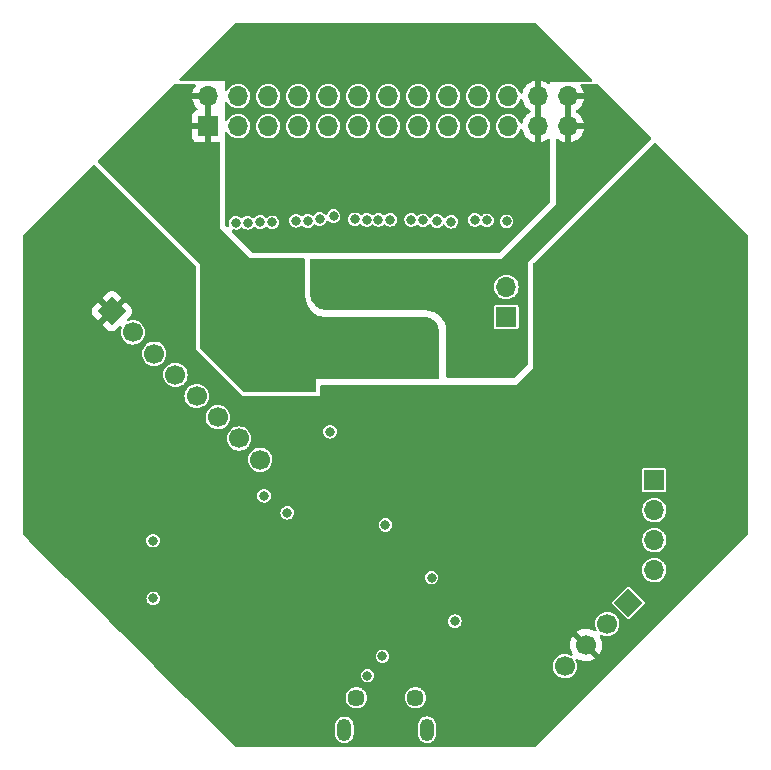
<source format=gbr>
%TF.GenerationSoftware,KiCad,Pcbnew,(6.0.10)*%
%TF.CreationDate,2023-01-11T14:45:21-05:00*%
%TF.ProjectId,cyton hat,6379746f-6e20-4686-9174-2e6b69636164,rev?*%
%TF.SameCoordinates,Original*%
%TF.FileFunction,Copper,L2,Inr*%
%TF.FilePolarity,Positive*%
%FSLAX46Y46*%
G04 Gerber Fmt 4.6, Leading zero omitted, Abs format (unit mm)*
G04 Created by KiCad (PCBNEW (6.0.10)) date 2023-01-11 14:45:21*
%MOMM*%
%LPD*%
G01*
G04 APERTURE LIST*
G04 Aperture macros list*
%AMHorizOval*
0 Thick line with rounded ends*
0 $1 width*
0 $2 $3 position (X,Y) of the first rounded end (center of the circle)*
0 $4 $5 position (X,Y) of the second rounded end (center of the circle)*
0 Add line between two ends*
20,1,$1,$2,$3,$4,$5,0*
0 Add two circle primitives to create the rounded ends*
1,1,$1,$2,$3*
1,1,$1,$4,$5*%
%AMRotRect*
0 Rectangle, with rotation*
0 The origin of the aperture is its center*
0 $1 length*
0 $2 width*
0 $3 Rotation angle, in degrees counterclockwise*
0 Add horizontal line*
21,1,$1,$2,0,0,$3*%
G04 Aperture macros list end*
%TA.AperFunction,ComponentPad*%
%ADD10RotRect,1.700000X1.700000X315.000000*%
%TD*%
%TA.AperFunction,ComponentPad*%
%ADD11HorizOval,1.700000X0.000000X0.000000X0.000000X0.000000X0*%
%TD*%
%TA.AperFunction,ComponentPad*%
%ADD12R,1.700000X1.700000*%
%TD*%
%TA.AperFunction,ComponentPad*%
%ADD13O,1.700000X1.700000*%
%TD*%
%TA.AperFunction,ComponentPad*%
%ADD14O,1.200000X1.900000*%
%TD*%
%TA.AperFunction,ComponentPad*%
%ADD15C,1.450000*%
%TD*%
%TA.AperFunction,ComponentPad*%
%ADD16RotRect,1.700000X1.700000X45.000000*%
%TD*%
%TA.AperFunction,ComponentPad*%
%ADD17HorizOval,1.700000X0.000000X0.000000X0.000000X0.000000X0*%
%TD*%
%TA.AperFunction,ViaPad*%
%ADD18C,0.800000*%
%TD*%
G04 APERTURE END LIST*
D10*
%TO.N,VCOM*%
%TO.C,J3*%
X160248600Y-125323600D03*
D11*
%TO.N,unconnected-(J3-Pad2)*%
X158452549Y-127119651D03*
%TO.N,VDD*%
X156656498Y-128915702D03*
%TO.N,GNDA*%
X154860446Y-130711754D03*
%TD*%
D12*
%TO.N,VSSA*%
%TO.C,J1*%
X124663200Y-84988400D03*
D13*
X124663200Y-82448400D03*
%TO.N,/SRB1*%
X127203200Y-84988400D03*
%TO.N,/SRB2*%
X127203200Y-82448400D03*
%TO.N,/1P*%
X129743200Y-84988400D03*
%TO.N,/1N*%
X129743200Y-82448400D03*
%TO.N,/2P*%
X132283200Y-84988400D03*
%TO.N,/2N*%
X132283200Y-82448400D03*
%TO.N,/3P*%
X134823200Y-84988400D03*
%TO.N,/3N*%
X134823200Y-82448400D03*
%TO.N,/4P*%
X137363200Y-84988400D03*
%TO.N,/4N*%
X137363200Y-82448400D03*
%TO.N,/5P*%
X139903200Y-84988400D03*
%TO.N,/5N*%
X139903200Y-82448400D03*
%TO.N,/6P*%
X142443200Y-84988400D03*
%TO.N,/6N*%
X142443200Y-82448400D03*
%TO.N,/7P*%
X144983200Y-84988400D03*
%TO.N,/7N*%
X144983200Y-82448400D03*
%TO.N,/8P*%
X147523200Y-84988400D03*
%TO.N,/8N*%
X147523200Y-82448400D03*
%TO.N,/BIAS*%
X150063200Y-84988400D03*
X150063200Y-82448400D03*
%TO.N,GNDA*%
X152603200Y-84988400D03*
X152603200Y-82448400D03*
%TO.N,VDDA*%
X155143200Y-84988400D03*
X155143200Y-82448400D03*
%TD*%
D12*
%TO.N,/RXD*%
%TO.C,J5*%
X162433000Y-114960400D03*
D13*
%TO.N,/TXD*%
X162433000Y-117500400D03*
%TO.N,unconnected-(J5-Pad3)*%
X162433000Y-120040400D03*
%TO.N,unconnected-(J5-Pad4)*%
X162433000Y-122580400D03*
%TD*%
D14*
%TO.N,unconnected-(CONN1-Pad6)*%
%TO.C,CONN1*%
X136200000Y-136080300D03*
X143200000Y-136080300D03*
D15*
X137200000Y-133380300D03*
X142200000Y-133380300D03*
%TD*%
D12*
%TO.N,GNDA*%
%TO.C,J4*%
X149910800Y-101142800D03*
D13*
%TO.N,/BIAS_INV*%
X149910800Y-98602800D03*
%TD*%
D16*
%TO.N,VDD*%
%TO.C,J2*%
X116500000Y-100650000D03*
D17*
%TO.N,GNDA*%
X118296051Y-102446051D03*
%TO.N,/_MISO*%
X120092102Y-104242102D03*
%TO.N,/SCLK*%
X121888154Y-106038154D03*
%TO.N,/RESET*%
X123684205Y-107834205D03*
%TO.N,/CLK*%
X125480256Y-109630256D03*
%TO.N,/MOSI*%
X127276307Y-111426307D03*
%TO.N,/CS2*%
X129072359Y-113222359D03*
%TD*%
D18*
%TO.N,/Daisy Functionality/_SRB1*%
X127003697Y-93167200D03*
%TO.N,/Daisy Functionality/_SRB2*%
X128003200Y-93167200D03*
%TO.N,/Daisy Functionality/IN1P*%
X129070100Y-93103700D03*
%TO.N,/Daisy Functionality/IN1N*%
X130086327Y-93130684D03*
%TO.N,/Daisy Functionality/IN2P*%
X132096905Y-92986254D03*
%TO.N,/Daisy Functionality/IN2N*%
X133096000Y-93014800D03*
%TO.N,/Daisy Functionality/IN3P*%
X134094731Y-92842500D03*
%TO.N,/Daisy Functionality/IN3N*%
X135275931Y-92594901D03*
%TO.N,/Daisy Functionality/IN4P*%
X137083800Y-92862400D03*
%TO.N,/Daisy Functionality/IN4N*%
X138081846Y-92916348D03*
%TO.N,/Daisy Functionality/IN5P*%
X139081343Y-92913148D03*
%TO.N,/Daisy Functionality/IN5N*%
X140080845Y-92913206D03*
%TO.N,/Daisy Functionality/IN6P*%
X141851353Y-92913928D03*
%TO.N,/Daisy Functionality/IN6N*%
X142849600Y-92964000D03*
%TO.N,/Daisy Functionality/IN7P*%
X144030600Y-93015374D03*
%TO.N,/Daisy Functionality/IN7N*%
X145237200Y-93065600D03*
%TO.N,/Daisy Functionality/IN8P*%
X147243800Y-92913200D03*
%TO.N,/Daisy Functionality/IN8N*%
X148259800Y-92964000D03*
%TO.N,/Daisy Functionality/BIAS_DRV*%
X149923200Y-93027800D03*
%TO.N,VSSA*%
X134950200Y-101803200D03*
X134950200Y-105486200D03*
X141706600Y-102819200D03*
%TO.N,Net-(C16-Pad1)*%
X139420600Y-129870200D03*
X138150600Y-131495800D03*
%TO.N,VDD*%
X135534400Y-109601000D03*
X142392400Y-111785400D03*
X121589800Y-120192800D03*
X137388600Y-126898400D03*
X121589800Y-124993400D03*
%TO.N,VDDA*%
X141198600Y-99136200D03*
X134747000Y-99136200D03*
X145821400Y-103733600D03*
%TO.N,Net-(D10-Pad1)*%
X119989600Y-120065800D03*
X143573500Y-123202700D03*
%TO.N,Net-(D11-Pad1)*%
X145542000Y-126898400D03*
X120015000Y-124968000D03*
%TO.N,/_MISO*%
X131368800Y-117703600D03*
%TO.N,/SCLK*%
X129387600Y-116281200D03*
%TO.N,/RESET*%
X134975600Y-110845600D03*
%TO.N,/TXD*%
X139674600Y-118745000D03*
%TD*%
%TA.AperFunction,Conductor*%
%TO.N,GNDA*%
G36*
X152415517Y-76246402D02*
G01*
X152436491Y-76263305D01*
X157161891Y-80988705D01*
X157195917Y-81051017D01*
X157190852Y-81121832D01*
X157148305Y-81178668D01*
X157081785Y-81203479D01*
X157072796Y-81203800D01*
X153644600Y-81203800D01*
X153644600Y-81280263D01*
X153624598Y-81348384D01*
X153570942Y-81394877D01*
X153500668Y-81404981D01*
X153440508Y-81379145D01*
X153361340Y-81316622D01*
X153352752Y-81310917D01*
X153166317Y-81207999D01*
X153156905Y-81203769D01*
X152956159Y-81132680D01*
X152946188Y-81130046D01*
X152875037Y-81117372D01*
X152861740Y-81118832D01*
X152857200Y-81133389D01*
X152857200Y-86306917D01*
X152861264Y-86320759D01*
X152874678Y-86322793D01*
X152881384Y-86321934D01*
X152891462Y-86319792D01*
X153095455Y-86258591D01*
X153105042Y-86254833D01*
X153296295Y-86161139D01*
X153305145Y-86155864D01*
X153445432Y-86055798D01*
X153512505Y-86032525D01*
X153581514Y-86049208D01*
X153630548Y-86100552D01*
X153644600Y-86158377D01*
X153644600Y-91286210D01*
X153624598Y-91354331D01*
X153607695Y-91375305D01*
X149261905Y-95721095D01*
X149199593Y-95755121D01*
X149172810Y-95758000D01*
X128576190Y-95758000D01*
X128508069Y-95737998D01*
X128487095Y-95721095D01*
X126692716Y-93926716D01*
X126658690Y-93864404D01*
X126663755Y-93793589D01*
X126706302Y-93736753D01*
X126772822Y-93711942D01*
X126830029Y-93721212D01*
X126845100Y-93727455D01*
X126845103Y-93727456D01*
X126852730Y-93730615D01*
X127003697Y-93750490D01*
X127011885Y-93749412D01*
X127146476Y-93731693D01*
X127154664Y-93730615D01*
X127295342Y-93672344D01*
X127405189Y-93588055D01*
X127409593Y-93584676D01*
X127409595Y-93584674D01*
X127416145Y-93579648D01*
X127417086Y-93578421D01*
X127476672Y-93545889D01*
X127547487Y-93550957D01*
X127589414Y-93577904D01*
X127590752Y-93579648D01*
X127711555Y-93672344D01*
X127852233Y-93730615D01*
X128003200Y-93750490D01*
X128011388Y-93749412D01*
X128145979Y-93731693D01*
X128154167Y-93730615D01*
X128294845Y-93672344D01*
X128415648Y-93579648D01*
X128461490Y-93519906D01*
X128518825Y-93478041D01*
X128589696Y-93473819D01*
X128650545Y-93507517D01*
X128652626Y-93509598D01*
X128657652Y-93516148D01*
X128778455Y-93608844D01*
X128919133Y-93667115D01*
X128927321Y-93668193D01*
X128982854Y-93675504D01*
X129070100Y-93686990D01*
X129078288Y-93685912D01*
X129212879Y-93668193D01*
X129221067Y-93667115D01*
X129361745Y-93608844D01*
X129482548Y-93516148D01*
X129483126Y-93516901D01*
X129539149Y-93486309D01*
X129609964Y-93491374D01*
X129665893Y-93532724D01*
X129673879Y-93543132D01*
X129794682Y-93635828D01*
X129935360Y-93694099D01*
X130086327Y-93713974D01*
X130094515Y-93712896D01*
X130101762Y-93711942D01*
X130237294Y-93694099D01*
X130377972Y-93635828D01*
X130498775Y-93543132D01*
X130591471Y-93422329D01*
X130649742Y-93281651D01*
X130653258Y-93254948D01*
X130668539Y-93138872D01*
X130669617Y-93130684D01*
X130653094Y-93005179D01*
X130650820Y-92987905D01*
X130650603Y-92986254D01*
X131513615Y-92986254D01*
X131514693Y-92994442D01*
X131524878Y-93071802D01*
X131533490Y-93137221D01*
X131591761Y-93277899D01*
X131684457Y-93398702D01*
X131805260Y-93491398D01*
X131945938Y-93549669D01*
X132096905Y-93569544D01*
X132105093Y-93568466D01*
X132239684Y-93550747D01*
X132247872Y-93549669D01*
X132388550Y-93491398D01*
X132406479Y-93477641D01*
X132449522Y-93444612D01*
X132505247Y-93401853D01*
X132571466Y-93376252D01*
X132641015Y-93390516D01*
X132671359Y-93416183D01*
X132672685Y-93414857D01*
X132678526Y-93420698D01*
X132683552Y-93427248D01*
X132804355Y-93519944D01*
X132945033Y-93578215D01*
X132953221Y-93579293D01*
X132957953Y-93579916D01*
X133096000Y-93598090D01*
X133104188Y-93597012D01*
X133238779Y-93579293D01*
X133246967Y-93578215D01*
X133387645Y-93519944D01*
X133508448Y-93427248D01*
X133552454Y-93369899D01*
X133579381Y-93334807D01*
X133636719Y-93292940D01*
X133707590Y-93288718D01*
X133756044Y-93311547D01*
X133803086Y-93347644D01*
X133906588Y-93390516D01*
X133933958Y-93401853D01*
X133943764Y-93405915D01*
X134094731Y-93425790D01*
X134102919Y-93424712D01*
X134127682Y-93421452D01*
X134245698Y-93405915D01*
X134255505Y-93401853D01*
X134282874Y-93390516D01*
X134386376Y-93347644D01*
X134507179Y-93254948D01*
X134599875Y-93134145D01*
X134642881Y-93030320D01*
X134687430Y-92975040D01*
X134754793Y-92952619D01*
X134823585Y-92970178D01*
X134852093Y-92995481D01*
X134852616Y-92994958D01*
X134858457Y-93000799D01*
X134863483Y-93007349D01*
X134984286Y-93100045D01*
X135124964Y-93158316D01*
X135133152Y-93159394D01*
X135185920Y-93166341D01*
X135275931Y-93178191D01*
X135284119Y-93177113D01*
X135418710Y-93159394D01*
X135426898Y-93158316D01*
X135567576Y-93100045D01*
X135688379Y-93007349D01*
X135781075Y-92886546D01*
X135791077Y-92862400D01*
X136500510Y-92862400D01*
X136520385Y-93013367D01*
X136578656Y-93154045D01*
X136671352Y-93274848D01*
X136792155Y-93367544D01*
X136905997Y-93414699D01*
X136920480Y-93420698D01*
X136932833Y-93425815D01*
X137083800Y-93445690D01*
X137091988Y-93444612D01*
X137226579Y-93426893D01*
X137234767Y-93425815D01*
X137247121Y-93420698D01*
X137261603Y-93414699D01*
X137375445Y-93367544D01*
X137479214Y-93287918D01*
X137545433Y-93262319D01*
X137614982Y-93276584D01*
X137655877Y-93311176D01*
X137669398Y-93328796D01*
X137790201Y-93421492D01*
X137847616Y-93445274D01*
X137923154Y-93476563D01*
X137930879Y-93479763D01*
X137939067Y-93480841D01*
X138006363Y-93489701D01*
X138081846Y-93499638D01*
X138090034Y-93498560D01*
X138105758Y-93496490D01*
X138157329Y-93489701D01*
X138224625Y-93480841D01*
X138232813Y-93479763D01*
X138240539Y-93476563D01*
X138316076Y-93445274D01*
X138373491Y-93421492D01*
X138494294Y-93328796D01*
X138496190Y-93326325D01*
X138556411Y-93293441D01*
X138627226Y-93298506D01*
X138668422Y-93324980D01*
X138668895Y-93325596D01*
X138789698Y-93418292D01*
X138930376Y-93476563D01*
X138938564Y-93477641D01*
X138962871Y-93480841D01*
X139081343Y-93496438D01*
X139089531Y-93495360D01*
X139224122Y-93477641D01*
X139232310Y-93476563D01*
X139372988Y-93418292D01*
X139493791Y-93325596D01*
X139494712Y-93324396D01*
X139554282Y-93291867D01*
X139625097Y-93296932D01*
X139667044Y-93323890D01*
X139668397Y-93325654D01*
X139789200Y-93418350D01*
X139929878Y-93476621D01*
X140080845Y-93496496D01*
X140089033Y-93495418D01*
X140095566Y-93494558D01*
X140231812Y-93476621D01*
X140372490Y-93418350D01*
X140493293Y-93325654D01*
X140585989Y-93204851D01*
X140644260Y-93064173D01*
X140664040Y-92913928D01*
X141268063Y-92913928D01*
X141287938Y-93064895D01*
X141346209Y-93205573D01*
X141438905Y-93326376D01*
X141559708Y-93419072D01*
X141655728Y-93458845D01*
X141691000Y-93473455D01*
X141700386Y-93477343D01*
X141708574Y-93478421D01*
X141775869Y-93487280D01*
X141851353Y-93497218D01*
X141859541Y-93496140D01*
X141994132Y-93478421D01*
X142002320Y-93477343D01*
X142011707Y-93473455D01*
X142046978Y-93458845D01*
X142142998Y-93419072D01*
X142150569Y-93413263D01*
X142216704Y-93362515D01*
X142248765Y-93337914D01*
X142314984Y-93312313D01*
X142384533Y-93326577D01*
X142425428Y-93361170D01*
X142437152Y-93376448D01*
X142557955Y-93469144D01*
X142698633Y-93527415D01*
X142849600Y-93547290D01*
X142857788Y-93546212D01*
X142860242Y-93545889D01*
X143000567Y-93527415D01*
X143141245Y-93469144D01*
X143262048Y-93376448D01*
X143321150Y-93299425D01*
X143378487Y-93257559D01*
X143449358Y-93253338D01*
X143511261Y-93288103D01*
X143525286Y-93306607D01*
X143525456Y-93307019D01*
X143618152Y-93427822D01*
X143738955Y-93520518D01*
X143879633Y-93578789D01*
X143887821Y-93579867D01*
X143950016Y-93588055D01*
X144030600Y-93598664D01*
X144038788Y-93597586D01*
X144173379Y-93579867D01*
X144181567Y-93578789D01*
X144322245Y-93520518D01*
X144443048Y-93427822D01*
X144517136Y-93331269D01*
X144574472Y-93289403D01*
X144645343Y-93285181D01*
X144707246Y-93319945D01*
X144726216Y-93344973D01*
X144728894Y-93349612D01*
X144732056Y-93357245D01*
X144737084Y-93363798D01*
X144737086Y-93363801D01*
X144790721Y-93433698D01*
X144824752Y-93478048D01*
X144945555Y-93570744D01*
X145086233Y-93629015D01*
X145237200Y-93648890D01*
X145245388Y-93647812D01*
X145379979Y-93630093D01*
X145388167Y-93629015D01*
X145528845Y-93570744D01*
X145649648Y-93478048D01*
X145742344Y-93357245D01*
X145800615Y-93216567D01*
X145820490Y-93065600D01*
X145800615Y-92914633D01*
X145800021Y-92913200D01*
X146660510Y-92913200D01*
X146680385Y-93064167D01*
X146683545Y-93071796D01*
X146683847Y-93072524D01*
X146738656Y-93204845D01*
X146831352Y-93325648D01*
X146952155Y-93418344D01*
X147066900Y-93465873D01*
X147085079Y-93473403D01*
X147092833Y-93476615D01*
X147101021Y-93477693D01*
X147124933Y-93480841D01*
X147243800Y-93496490D01*
X147251988Y-93495412D01*
X147386579Y-93477693D01*
X147394767Y-93476615D01*
X147402522Y-93473403D01*
X147420700Y-93465873D01*
X147535445Y-93418344D01*
X147625014Y-93349615D01*
X147652034Y-93328882D01*
X147718254Y-93303281D01*
X147787803Y-93317546D01*
X147828699Y-93352140D01*
X147847352Y-93376448D01*
X147968155Y-93469144D01*
X148108833Y-93527415D01*
X148259800Y-93547290D01*
X148267988Y-93546212D01*
X148270442Y-93545889D01*
X148410767Y-93527415D01*
X148551445Y-93469144D01*
X148672248Y-93376448D01*
X148764944Y-93255645D01*
X148823215Y-93114967D01*
X148824764Y-93103205D01*
X148834691Y-93027800D01*
X149339910Y-93027800D01*
X149340988Y-93035988D01*
X149357235Y-93159394D01*
X149359785Y-93178767D01*
X149418056Y-93319445D01*
X149510752Y-93440248D01*
X149631555Y-93532944D01*
X149734605Y-93575629D01*
X149756447Y-93584676D01*
X149772233Y-93591215D01*
X149923200Y-93611090D01*
X149931388Y-93610012D01*
X150065979Y-93592293D01*
X150074167Y-93591215D01*
X150089954Y-93584676D01*
X150111795Y-93575629D01*
X150214845Y-93532944D01*
X150335648Y-93440248D01*
X150428344Y-93319445D01*
X150486615Y-93178767D01*
X150489166Y-93159394D01*
X150505412Y-93035988D01*
X150506490Y-93027800D01*
X150486615Y-92876833D01*
X150428344Y-92736155D01*
X150335648Y-92615352D01*
X150214845Y-92522656D01*
X150074167Y-92464385D01*
X149923200Y-92444510D01*
X149772233Y-92464385D01*
X149631555Y-92522656D01*
X149510752Y-92615352D01*
X149418056Y-92736155D01*
X149359785Y-92876833D01*
X149339910Y-93027800D01*
X148834691Y-93027800D01*
X148842012Y-92972188D01*
X148843090Y-92964000D01*
X148823215Y-92813033D01*
X148764944Y-92672355D01*
X148672248Y-92551552D01*
X148551445Y-92458856D01*
X148410767Y-92400585D01*
X148259800Y-92380710D01*
X148108833Y-92400585D01*
X147968155Y-92458856D01*
X147913548Y-92500758D01*
X147851566Y-92548318D01*
X147785346Y-92573919D01*
X147715797Y-92559654D01*
X147674901Y-92525060D01*
X147656248Y-92500752D01*
X147535445Y-92408056D01*
X147405175Y-92354096D01*
X147402396Y-92352945D01*
X147394767Y-92349785D01*
X147243800Y-92329910D01*
X147092833Y-92349785D01*
X147085204Y-92352945D01*
X147082425Y-92354096D01*
X146952155Y-92408056D01*
X146831352Y-92500752D01*
X146738656Y-92621555D01*
X146680385Y-92762233D01*
X146660510Y-92913200D01*
X145800021Y-92913200D01*
X145742344Y-92773955D01*
X145649648Y-92653152D01*
X145528845Y-92560456D01*
X145400535Y-92507308D01*
X145395796Y-92505345D01*
X145388167Y-92502185D01*
X145237200Y-92482310D01*
X145086233Y-92502185D01*
X145078604Y-92505345D01*
X145073865Y-92507308D01*
X144945555Y-92560456D01*
X144824752Y-92653152D01*
X144755207Y-92743785D01*
X144750665Y-92749704D01*
X144693328Y-92791571D01*
X144622457Y-92795793D01*
X144560554Y-92761029D01*
X144541584Y-92736001D01*
X144538906Y-92731362D01*
X144535744Y-92723729D01*
X144530716Y-92717176D01*
X144530714Y-92717173D01*
X144448074Y-92609476D01*
X144443048Y-92602926D01*
X144322245Y-92510230D01*
X144192535Y-92456502D01*
X144189196Y-92455119D01*
X144181567Y-92451959D01*
X144030600Y-92432084D01*
X143879633Y-92451959D01*
X143872004Y-92455119D01*
X143868665Y-92456502D01*
X143738955Y-92510230D01*
X143618152Y-92602926D01*
X143568921Y-92667085D01*
X143559051Y-92679948D01*
X143501713Y-92721815D01*
X143430842Y-92726036D01*
X143368939Y-92691271D01*
X143354914Y-92672767D01*
X143354744Y-92672355D01*
X143262048Y-92551552D01*
X143141245Y-92458856D01*
X143000567Y-92400585D01*
X142849600Y-92380710D01*
X142698633Y-92400585D01*
X142557955Y-92458856D01*
X142551404Y-92463883D01*
X142551402Y-92463884D01*
X142547051Y-92467223D01*
X142453241Y-92539207D01*
X142452189Y-92540014D01*
X142385969Y-92565615D01*
X142316420Y-92551351D01*
X142275525Y-92516758D01*
X142263801Y-92501480D01*
X142142998Y-92408784D01*
X142002320Y-92350513D01*
X141851353Y-92330638D01*
X141700386Y-92350513D01*
X141559708Y-92408784D01*
X141438905Y-92501480D01*
X141346209Y-92622283D01*
X141287938Y-92762961D01*
X141286860Y-92771149D01*
X141284574Y-92788511D01*
X141268063Y-92913928D01*
X140664040Y-92913928D01*
X140664135Y-92913206D01*
X140653508Y-92832486D01*
X140645338Y-92770427D01*
X140644260Y-92762239D01*
X140641098Y-92754604D01*
X140628746Y-92724786D01*
X140585989Y-92621561D01*
X140493293Y-92500758D01*
X140372490Y-92408062D01*
X140231812Y-92349791D01*
X140080845Y-92329916D01*
X139929878Y-92349791D01*
X139789200Y-92408062D01*
X139668397Y-92500758D01*
X139667476Y-92501958D01*
X139607906Y-92534487D01*
X139537091Y-92529422D01*
X139495144Y-92502464D01*
X139493791Y-92500700D01*
X139372988Y-92408004D01*
X139240079Y-92352951D01*
X139239939Y-92352893D01*
X139232310Y-92349733D01*
X139081343Y-92329858D01*
X138930376Y-92349733D01*
X138922747Y-92352893D01*
X138922607Y-92352951D01*
X138789698Y-92408004D01*
X138668895Y-92500700D01*
X138666999Y-92503171D01*
X138606778Y-92536055D01*
X138535963Y-92530990D01*
X138494767Y-92504516D01*
X138494294Y-92503900D01*
X138373491Y-92411204D01*
X138232813Y-92352933D01*
X138208902Y-92349785D01*
X138090034Y-92334136D01*
X138081846Y-92333058D01*
X138073658Y-92334136D01*
X137954791Y-92349785D01*
X137930879Y-92352933D01*
X137790201Y-92411204D01*
X137686432Y-92490830D01*
X137620213Y-92516429D01*
X137550664Y-92502164D01*
X137509769Y-92467572D01*
X137496248Y-92449952D01*
X137375445Y-92357256D01*
X137234767Y-92298985D01*
X137217434Y-92296703D01*
X137091988Y-92280188D01*
X137083800Y-92279110D01*
X137075612Y-92280188D01*
X136950167Y-92296703D01*
X136932833Y-92298985D01*
X136792155Y-92357256D01*
X136671352Y-92449952D01*
X136578656Y-92570755D01*
X136520385Y-92711433D01*
X136500510Y-92862400D01*
X135791077Y-92862400D01*
X135839346Y-92745868D01*
X135842122Y-92724786D01*
X135858143Y-92603089D01*
X135859221Y-92594901D01*
X135841972Y-92463884D01*
X135840424Y-92452122D01*
X135839346Y-92443934D01*
X135781075Y-92303256D01*
X135688379Y-92182453D01*
X135567576Y-92089757D01*
X135426898Y-92031486D01*
X135275931Y-92011611D01*
X135124964Y-92031486D01*
X134984286Y-92089757D01*
X134863483Y-92182453D01*
X134770787Y-92303256D01*
X134738704Y-92380710D01*
X134727781Y-92407081D01*
X134683232Y-92462361D01*
X134615869Y-92484782D01*
X134547077Y-92467223D01*
X134518569Y-92441920D01*
X134518046Y-92442443D01*
X134512205Y-92436602D01*
X134507179Y-92430052D01*
X134386376Y-92337356D01*
X134245698Y-92279085D01*
X134094731Y-92259210D01*
X133943764Y-92279085D01*
X133803086Y-92337356D01*
X133682283Y-92430052D01*
X133677257Y-92436602D01*
X133611350Y-92522493D01*
X133554012Y-92564360D01*
X133483141Y-92568582D01*
X133434687Y-92545753D01*
X133387645Y-92509656D01*
X133265004Y-92458856D01*
X133254596Y-92454545D01*
X133246967Y-92451385D01*
X133096000Y-92431510D01*
X132945033Y-92451385D01*
X132937404Y-92454545D01*
X132926996Y-92458856D01*
X132804355Y-92509656D01*
X132797805Y-92514682D01*
X132797802Y-92514684D01*
X132764792Y-92540014D01*
X132687658Y-92599201D01*
X132621439Y-92624802D01*
X132551890Y-92610538D01*
X132521546Y-92584871D01*
X132520220Y-92586197D01*
X132514379Y-92580356D01*
X132509353Y-92573806D01*
X132388550Y-92481110D01*
X132247872Y-92422839D01*
X132096905Y-92402964D01*
X131945938Y-92422839D01*
X131805260Y-92481110D01*
X131684457Y-92573806D01*
X131591761Y-92694609D01*
X131533490Y-92835287D01*
X131513615Y-92986254D01*
X130650603Y-92986254D01*
X130649742Y-92979717D01*
X130591471Y-92839039D01*
X130498775Y-92718236D01*
X130377972Y-92625540D01*
X130237294Y-92567269D01*
X130086327Y-92547394D01*
X129935360Y-92567269D01*
X129794682Y-92625540D01*
X129673879Y-92718236D01*
X129673301Y-92717483D01*
X129617278Y-92748075D01*
X129546463Y-92743010D01*
X129490534Y-92701660D01*
X129482548Y-92691252D01*
X129361745Y-92598556D01*
X129221067Y-92540285D01*
X129177027Y-92534487D01*
X129078288Y-92521488D01*
X129070100Y-92520410D01*
X129061912Y-92521488D01*
X128963174Y-92534487D01*
X128919133Y-92540285D01*
X128778455Y-92598556D01*
X128657652Y-92691252D01*
X128611810Y-92750994D01*
X128554475Y-92792859D01*
X128483604Y-92797081D01*
X128422755Y-92763383D01*
X128420674Y-92761302D01*
X128415648Y-92754752D01*
X128294845Y-92662056D01*
X128154167Y-92603785D01*
X128114449Y-92598556D01*
X128024491Y-92586713D01*
X128003200Y-92583910D01*
X127981909Y-92586713D01*
X127891952Y-92598556D01*
X127852233Y-92603785D01*
X127711555Y-92662056D01*
X127647206Y-92711433D01*
X127597304Y-92749724D01*
X127597302Y-92749726D01*
X127590752Y-92754752D01*
X127589811Y-92755979D01*
X127530225Y-92788511D01*
X127459410Y-92783443D01*
X127417483Y-92756496D01*
X127416145Y-92754752D01*
X127295342Y-92662056D01*
X127154664Y-92603785D01*
X127114946Y-92598556D01*
X127024988Y-92586713D01*
X127003697Y-92583910D01*
X126982406Y-92586713D01*
X126892449Y-92598556D01*
X126852730Y-92603785D01*
X126712052Y-92662056D01*
X126591249Y-92754752D01*
X126498553Y-92875555D01*
X126440282Y-93016233D01*
X126420407Y-93167200D01*
X126440282Y-93318167D01*
X126443441Y-93325794D01*
X126443442Y-93325797D01*
X126449685Y-93340868D01*
X126457274Y-93411458D01*
X126425495Y-93474945D01*
X126364436Y-93511172D01*
X126293485Y-93508638D01*
X126244181Y-93478181D01*
X126097105Y-93331105D01*
X126063079Y-93268793D01*
X126060200Y-93242010D01*
X126060200Y-85534908D01*
X126080202Y-85466787D01*
X126133858Y-85420294D01*
X126204132Y-85410190D01*
X126268712Y-85439684D01*
X126298266Y-85477314D01*
X126331844Y-85542651D01*
X126331847Y-85542655D01*
X126334663Y-85548134D01*
X126338489Y-85552961D01*
X126456094Y-85701344D01*
X126456099Y-85701349D01*
X126459923Y-85706174D01*
X126464616Y-85710168D01*
X126464617Y-85710169D01*
X126566760Y-85797099D01*
X126613495Y-85836874D01*
X126618873Y-85839880D01*
X126618875Y-85839881D01*
X126701512Y-85886065D01*
X126789529Y-85935256D01*
X126981319Y-85997572D01*
X127181561Y-86021449D01*
X127187696Y-86020977D01*
X127187698Y-86020977D01*
X127376485Y-86006451D01*
X127376490Y-86006450D01*
X127382626Y-86005978D01*
X127388556Y-86004322D01*
X127388558Y-86004322D01*
X127522421Y-85966947D01*
X127576858Y-85951748D01*
X127582347Y-85948975D01*
X127582353Y-85948973D01*
X127751361Y-85863600D01*
X127756857Y-85860824D01*
X127763082Y-85855961D01*
X127813402Y-85816646D01*
X127915767Y-85736669D01*
X127919793Y-85732005D01*
X127919796Y-85732002D01*
X128043507Y-85588682D01*
X128043508Y-85588680D01*
X128047536Y-85584014D01*
X128108150Y-85477314D01*
X128144100Y-85414032D01*
X128144102Y-85414028D01*
X128147145Y-85408671D01*
X128201648Y-85244828D01*
X128208853Y-85223169D01*
X128208854Y-85223166D01*
X128210798Y-85217321D01*
X128236073Y-85017251D01*
X128236476Y-84988400D01*
X128235061Y-84973973D01*
X128710025Y-84973973D01*
X128726899Y-85174926D01*
X128742761Y-85230243D01*
X128767129Y-85315223D01*
X128782484Y-85368774D01*
X128874663Y-85548134D01*
X128878489Y-85552961D01*
X128996094Y-85701344D01*
X128996099Y-85701349D01*
X128999923Y-85706174D01*
X129004616Y-85710168D01*
X129004617Y-85710169D01*
X129106760Y-85797099D01*
X129153495Y-85836874D01*
X129158873Y-85839880D01*
X129158875Y-85839881D01*
X129241512Y-85886065D01*
X129329529Y-85935256D01*
X129521319Y-85997572D01*
X129721561Y-86021449D01*
X129727696Y-86020977D01*
X129727698Y-86020977D01*
X129916485Y-86006451D01*
X129916490Y-86006450D01*
X129922626Y-86005978D01*
X129928556Y-86004322D01*
X129928558Y-86004322D01*
X130062421Y-85966947D01*
X130116858Y-85951748D01*
X130122347Y-85948975D01*
X130122353Y-85948973D01*
X130291361Y-85863600D01*
X130296857Y-85860824D01*
X130303082Y-85855961D01*
X130353402Y-85816646D01*
X130455767Y-85736669D01*
X130459793Y-85732005D01*
X130459796Y-85732002D01*
X130583507Y-85588682D01*
X130583508Y-85588680D01*
X130587536Y-85584014D01*
X130648150Y-85477314D01*
X130684100Y-85414032D01*
X130684102Y-85414028D01*
X130687145Y-85408671D01*
X130741648Y-85244828D01*
X130748853Y-85223169D01*
X130748854Y-85223166D01*
X130750798Y-85217321D01*
X130776073Y-85017251D01*
X130776476Y-84988400D01*
X130775061Y-84973973D01*
X131250025Y-84973973D01*
X131266899Y-85174926D01*
X131282761Y-85230243D01*
X131307129Y-85315223D01*
X131322484Y-85368774D01*
X131414663Y-85548134D01*
X131418489Y-85552961D01*
X131536094Y-85701344D01*
X131536099Y-85701349D01*
X131539923Y-85706174D01*
X131544616Y-85710168D01*
X131544617Y-85710169D01*
X131646760Y-85797099D01*
X131693495Y-85836874D01*
X131698873Y-85839880D01*
X131698875Y-85839881D01*
X131781512Y-85886065D01*
X131869529Y-85935256D01*
X132061319Y-85997572D01*
X132261561Y-86021449D01*
X132267696Y-86020977D01*
X132267698Y-86020977D01*
X132456485Y-86006451D01*
X132456490Y-86006450D01*
X132462626Y-86005978D01*
X132468556Y-86004322D01*
X132468558Y-86004322D01*
X132602421Y-85966947D01*
X132656858Y-85951748D01*
X132662347Y-85948975D01*
X132662353Y-85948973D01*
X132831361Y-85863600D01*
X132836857Y-85860824D01*
X132843082Y-85855961D01*
X132893402Y-85816646D01*
X132995767Y-85736669D01*
X132999793Y-85732005D01*
X132999796Y-85732002D01*
X133123507Y-85588682D01*
X133123508Y-85588680D01*
X133127536Y-85584014D01*
X133188150Y-85477314D01*
X133224100Y-85414032D01*
X133224102Y-85414028D01*
X133227145Y-85408671D01*
X133281648Y-85244828D01*
X133288853Y-85223169D01*
X133288854Y-85223166D01*
X133290798Y-85217321D01*
X133316073Y-85017251D01*
X133316476Y-84988400D01*
X133315061Y-84973973D01*
X133790025Y-84973973D01*
X133806899Y-85174926D01*
X133822761Y-85230243D01*
X133847129Y-85315223D01*
X133862484Y-85368774D01*
X133954663Y-85548134D01*
X133958489Y-85552961D01*
X134076094Y-85701344D01*
X134076099Y-85701349D01*
X134079923Y-85706174D01*
X134084616Y-85710168D01*
X134084617Y-85710169D01*
X134186760Y-85797099D01*
X134233495Y-85836874D01*
X134238873Y-85839880D01*
X134238875Y-85839881D01*
X134321512Y-85886065D01*
X134409529Y-85935256D01*
X134601319Y-85997572D01*
X134801561Y-86021449D01*
X134807696Y-86020977D01*
X134807698Y-86020977D01*
X134996485Y-86006451D01*
X134996490Y-86006450D01*
X135002626Y-86005978D01*
X135008556Y-86004322D01*
X135008558Y-86004322D01*
X135142421Y-85966947D01*
X135196858Y-85951748D01*
X135202347Y-85948975D01*
X135202353Y-85948973D01*
X135371361Y-85863600D01*
X135376857Y-85860824D01*
X135383082Y-85855961D01*
X135433402Y-85816646D01*
X135535767Y-85736669D01*
X135539793Y-85732005D01*
X135539796Y-85732002D01*
X135663507Y-85588682D01*
X135663508Y-85588680D01*
X135667536Y-85584014D01*
X135728150Y-85477314D01*
X135764100Y-85414032D01*
X135764102Y-85414028D01*
X135767145Y-85408671D01*
X135821648Y-85244828D01*
X135828853Y-85223169D01*
X135828854Y-85223166D01*
X135830798Y-85217321D01*
X135856073Y-85017251D01*
X135856476Y-84988400D01*
X135855061Y-84973973D01*
X136330025Y-84973973D01*
X136346899Y-85174926D01*
X136362761Y-85230243D01*
X136387129Y-85315223D01*
X136402484Y-85368774D01*
X136494663Y-85548134D01*
X136498489Y-85552961D01*
X136616094Y-85701344D01*
X136616099Y-85701349D01*
X136619923Y-85706174D01*
X136624616Y-85710168D01*
X136624617Y-85710169D01*
X136726760Y-85797099D01*
X136773495Y-85836874D01*
X136778873Y-85839880D01*
X136778875Y-85839881D01*
X136861512Y-85886065D01*
X136949529Y-85935256D01*
X137141319Y-85997572D01*
X137341561Y-86021449D01*
X137347696Y-86020977D01*
X137347698Y-86020977D01*
X137536485Y-86006451D01*
X137536490Y-86006450D01*
X137542626Y-86005978D01*
X137548556Y-86004322D01*
X137548558Y-86004322D01*
X137682421Y-85966947D01*
X137736858Y-85951748D01*
X137742347Y-85948975D01*
X137742353Y-85948973D01*
X137911361Y-85863600D01*
X137916857Y-85860824D01*
X137923082Y-85855961D01*
X137973402Y-85816646D01*
X138075767Y-85736669D01*
X138079793Y-85732005D01*
X138079796Y-85732002D01*
X138203507Y-85588682D01*
X138203508Y-85588680D01*
X138207536Y-85584014D01*
X138268150Y-85477314D01*
X138304100Y-85414032D01*
X138304102Y-85414028D01*
X138307145Y-85408671D01*
X138361648Y-85244828D01*
X138368853Y-85223169D01*
X138368854Y-85223166D01*
X138370798Y-85217321D01*
X138396073Y-85017251D01*
X138396476Y-84988400D01*
X138395061Y-84973973D01*
X138870025Y-84973973D01*
X138886899Y-85174926D01*
X138902761Y-85230243D01*
X138927129Y-85315223D01*
X138942484Y-85368774D01*
X139034663Y-85548134D01*
X139038489Y-85552961D01*
X139156094Y-85701344D01*
X139156099Y-85701349D01*
X139159923Y-85706174D01*
X139164616Y-85710168D01*
X139164617Y-85710169D01*
X139266760Y-85797099D01*
X139313495Y-85836874D01*
X139318873Y-85839880D01*
X139318875Y-85839881D01*
X139401512Y-85886065D01*
X139489529Y-85935256D01*
X139681319Y-85997572D01*
X139881561Y-86021449D01*
X139887696Y-86020977D01*
X139887698Y-86020977D01*
X140076485Y-86006451D01*
X140076490Y-86006450D01*
X140082626Y-86005978D01*
X140088556Y-86004322D01*
X140088558Y-86004322D01*
X140222421Y-85966947D01*
X140276858Y-85951748D01*
X140282347Y-85948975D01*
X140282353Y-85948973D01*
X140451361Y-85863600D01*
X140456857Y-85860824D01*
X140463082Y-85855961D01*
X140513402Y-85816646D01*
X140615767Y-85736669D01*
X140619793Y-85732005D01*
X140619796Y-85732002D01*
X140743507Y-85588682D01*
X140743508Y-85588680D01*
X140747536Y-85584014D01*
X140808150Y-85477314D01*
X140844100Y-85414032D01*
X140844102Y-85414028D01*
X140847145Y-85408671D01*
X140901648Y-85244828D01*
X140908853Y-85223169D01*
X140908854Y-85223166D01*
X140910798Y-85217321D01*
X140936073Y-85017251D01*
X140936476Y-84988400D01*
X140935061Y-84973973D01*
X141410025Y-84973973D01*
X141426899Y-85174926D01*
X141442761Y-85230243D01*
X141467129Y-85315223D01*
X141482484Y-85368774D01*
X141574663Y-85548134D01*
X141578489Y-85552961D01*
X141696094Y-85701344D01*
X141696099Y-85701349D01*
X141699923Y-85706174D01*
X141704616Y-85710168D01*
X141704617Y-85710169D01*
X141806760Y-85797099D01*
X141853495Y-85836874D01*
X141858873Y-85839880D01*
X141858875Y-85839881D01*
X141941512Y-85886065D01*
X142029529Y-85935256D01*
X142221319Y-85997572D01*
X142421561Y-86021449D01*
X142427696Y-86020977D01*
X142427698Y-86020977D01*
X142616485Y-86006451D01*
X142616490Y-86006450D01*
X142622626Y-86005978D01*
X142628556Y-86004322D01*
X142628558Y-86004322D01*
X142762421Y-85966947D01*
X142816858Y-85951748D01*
X142822347Y-85948975D01*
X142822353Y-85948973D01*
X142991361Y-85863600D01*
X142996857Y-85860824D01*
X143003082Y-85855961D01*
X143053402Y-85816646D01*
X143155767Y-85736669D01*
X143159793Y-85732005D01*
X143159796Y-85732002D01*
X143283507Y-85588682D01*
X143283508Y-85588680D01*
X143287536Y-85584014D01*
X143348150Y-85477314D01*
X143384100Y-85414032D01*
X143384102Y-85414028D01*
X143387145Y-85408671D01*
X143441648Y-85244828D01*
X143448853Y-85223169D01*
X143448854Y-85223166D01*
X143450798Y-85217321D01*
X143476073Y-85017251D01*
X143476476Y-84988400D01*
X143475061Y-84973973D01*
X143950025Y-84973973D01*
X143966899Y-85174926D01*
X143982761Y-85230243D01*
X144007129Y-85315223D01*
X144022484Y-85368774D01*
X144114663Y-85548134D01*
X144118489Y-85552961D01*
X144236094Y-85701344D01*
X144236099Y-85701349D01*
X144239923Y-85706174D01*
X144244616Y-85710168D01*
X144244617Y-85710169D01*
X144346760Y-85797099D01*
X144393495Y-85836874D01*
X144398873Y-85839880D01*
X144398875Y-85839881D01*
X144481512Y-85886065D01*
X144569529Y-85935256D01*
X144761319Y-85997572D01*
X144961561Y-86021449D01*
X144967696Y-86020977D01*
X144967698Y-86020977D01*
X145156485Y-86006451D01*
X145156490Y-86006450D01*
X145162626Y-86005978D01*
X145168556Y-86004322D01*
X145168558Y-86004322D01*
X145302421Y-85966947D01*
X145356858Y-85951748D01*
X145362347Y-85948975D01*
X145362353Y-85948973D01*
X145531361Y-85863600D01*
X145536857Y-85860824D01*
X145543082Y-85855961D01*
X145593402Y-85816646D01*
X145695767Y-85736669D01*
X145699793Y-85732005D01*
X145699796Y-85732002D01*
X145823507Y-85588682D01*
X145823508Y-85588680D01*
X145827536Y-85584014D01*
X145888150Y-85477314D01*
X145924100Y-85414032D01*
X145924102Y-85414028D01*
X145927145Y-85408671D01*
X145981648Y-85244828D01*
X145988853Y-85223169D01*
X145988854Y-85223166D01*
X145990798Y-85217321D01*
X146016073Y-85017251D01*
X146016476Y-84988400D01*
X146015061Y-84973973D01*
X146490025Y-84973973D01*
X146506899Y-85174926D01*
X146522761Y-85230243D01*
X146547129Y-85315223D01*
X146562484Y-85368774D01*
X146654663Y-85548134D01*
X146658489Y-85552961D01*
X146776094Y-85701344D01*
X146776099Y-85701349D01*
X146779923Y-85706174D01*
X146784616Y-85710168D01*
X146784617Y-85710169D01*
X146886760Y-85797099D01*
X146933495Y-85836874D01*
X146938873Y-85839880D01*
X146938875Y-85839881D01*
X147021512Y-85886065D01*
X147109529Y-85935256D01*
X147301319Y-85997572D01*
X147501561Y-86021449D01*
X147507696Y-86020977D01*
X147507698Y-86020977D01*
X147696485Y-86006451D01*
X147696490Y-86006450D01*
X147702626Y-86005978D01*
X147708556Y-86004322D01*
X147708558Y-86004322D01*
X147842421Y-85966947D01*
X147896858Y-85951748D01*
X147902347Y-85948975D01*
X147902353Y-85948973D01*
X148071361Y-85863600D01*
X148076857Y-85860824D01*
X148083082Y-85855961D01*
X148133402Y-85816646D01*
X148235767Y-85736669D01*
X148239793Y-85732005D01*
X148239796Y-85732002D01*
X148363507Y-85588682D01*
X148363508Y-85588680D01*
X148367536Y-85584014D01*
X148428150Y-85477314D01*
X148464100Y-85414032D01*
X148464102Y-85414028D01*
X148467145Y-85408671D01*
X148521648Y-85244828D01*
X148528853Y-85223169D01*
X148528854Y-85223166D01*
X148530798Y-85217321D01*
X148556073Y-85017251D01*
X148556476Y-84988400D01*
X148555061Y-84973973D01*
X149030025Y-84973973D01*
X149046899Y-85174926D01*
X149062761Y-85230243D01*
X149087129Y-85315223D01*
X149102484Y-85368774D01*
X149194663Y-85548134D01*
X149198489Y-85552961D01*
X149316094Y-85701344D01*
X149316099Y-85701349D01*
X149319923Y-85706174D01*
X149324616Y-85710168D01*
X149324617Y-85710169D01*
X149426760Y-85797099D01*
X149473495Y-85836874D01*
X149478873Y-85839880D01*
X149478875Y-85839881D01*
X149561512Y-85886065D01*
X149649529Y-85935256D01*
X149841319Y-85997572D01*
X150041561Y-86021449D01*
X150047696Y-86020977D01*
X150047698Y-86020977D01*
X150236485Y-86006451D01*
X150236490Y-86006450D01*
X150242626Y-86005978D01*
X150248556Y-86004322D01*
X150248558Y-86004322D01*
X150382421Y-85966947D01*
X150436858Y-85951748D01*
X150442347Y-85948975D01*
X150442353Y-85948973D01*
X150611361Y-85863600D01*
X150616857Y-85860824D01*
X150623082Y-85855961D01*
X150673402Y-85816646D01*
X150775767Y-85736669D01*
X150779793Y-85732005D01*
X150779796Y-85732002D01*
X150903507Y-85588682D01*
X150903508Y-85588680D01*
X150907536Y-85584014D01*
X150968150Y-85477314D01*
X151004100Y-85414032D01*
X151004102Y-85414028D01*
X151007145Y-85408671D01*
X151009090Y-85402823D01*
X151009093Y-85402817D01*
X151042247Y-85303152D01*
X151082728Y-85244828D01*
X151148316Y-85217648D01*
X151218187Y-85230243D01*
X151270157Y-85278613D01*
X151284722Y-85315223D01*
X151301765Y-85390847D01*
X151304845Y-85400675D01*
X151384970Y-85598003D01*
X151389613Y-85607194D01*
X151500894Y-85788788D01*
X151506977Y-85797099D01*
X151646413Y-85958067D01*
X151653780Y-85965283D01*
X151817634Y-86101316D01*
X151826081Y-86107231D01*
X152009956Y-86214679D01*
X152019242Y-86219129D01*
X152218201Y-86295103D01*
X152228099Y-86297979D01*
X152331450Y-86319006D01*
X152345499Y-86317810D01*
X152349200Y-86307465D01*
X152349200Y-81131502D01*
X152345282Y-81118158D01*
X152331006Y-81116171D01*
X152292524Y-81122060D01*
X152282488Y-81124451D01*
X152080068Y-81190612D01*
X152070559Y-81194609D01*
X151881663Y-81292942D01*
X151872938Y-81298436D01*
X151702633Y-81426305D01*
X151694926Y-81433148D01*
X151547790Y-81587117D01*
X151541304Y-81595127D01*
X151421298Y-81771049D01*
X151416200Y-81780023D01*
X151326538Y-81973183D01*
X151322975Y-81982870D01*
X151283109Y-82126621D01*
X151245630Y-82186919D01*
X151181502Y-82217382D01*
X151111083Y-82208339D01*
X151056733Y-82162660D01*
X151041070Y-82129367D01*
X151020293Y-82060550D01*
X151020292Y-82060546D01*
X151018511Y-82054649D01*
X150923838Y-81876594D01*
X150837757Y-81771049D01*
X150800277Y-81725093D01*
X150800274Y-81725090D01*
X150796382Y-81720318D01*
X150789802Y-81714874D01*
X150645749Y-81595703D01*
X150645750Y-81595703D01*
X150641001Y-81591775D01*
X150635584Y-81588846D01*
X150635581Y-81588844D01*
X150469031Y-81498791D01*
X150469026Y-81498789D01*
X150463611Y-81495861D01*
X150270969Y-81436228D01*
X150264844Y-81435584D01*
X150264843Y-81435584D01*
X150076542Y-81415793D01*
X150076541Y-81415793D01*
X150070414Y-81415149D01*
X149986288Y-81422805D01*
X149875722Y-81432867D01*
X149875719Y-81432868D01*
X149869583Y-81433426D01*
X149863677Y-81435164D01*
X149863673Y-81435165D01*
X149682040Y-81488623D01*
X149676128Y-81490363D01*
X149670663Y-81493220D01*
X149665611Y-81495861D01*
X149497416Y-81583792D01*
X149492611Y-81587655D01*
X149492610Y-81587656D01*
X149487487Y-81591775D01*
X149340255Y-81710153D01*
X149210630Y-81864633D01*
X149207667Y-81870022D01*
X149207664Y-81870027D01*
X149165964Y-81945880D01*
X149113480Y-82041349D01*
X149111619Y-82047216D01*
X149111618Y-82047218D01*
X149060508Y-82208339D01*
X149052504Y-82233570D01*
X149030025Y-82433973D01*
X149046899Y-82634926D01*
X149062761Y-82690243D01*
X149087129Y-82775223D01*
X149102484Y-82828774D01*
X149194663Y-83008134D01*
X149198489Y-83012961D01*
X149316094Y-83161344D01*
X149316099Y-83161349D01*
X149319923Y-83166174D01*
X149324616Y-83170168D01*
X149324617Y-83170169D01*
X149426760Y-83257099D01*
X149473495Y-83296874D01*
X149478873Y-83299880D01*
X149478875Y-83299881D01*
X149561512Y-83346065D01*
X149649529Y-83395256D01*
X149841319Y-83457572D01*
X150041561Y-83481449D01*
X150047696Y-83480977D01*
X150047698Y-83480977D01*
X150236485Y-83466451D01*
X150236490Y-83466450D01*
X150242626Y-83465978D01*
X150248556Y-83464322D01*
X150248558Y-83464322D01*
X150371258Y-83430064D01*
X150436858Y-83411748D01*
X150442347Y-83408975D01*
X150442353Y-83408973D01*
X150611361Y-83323600D01*
X150616857Y-83320824D01*
X150647512Y-83296874D01*
X150673402Y-83276646D01*
X150775767Y-83196669D01*
X150779793Y-83192005D01*
X150779796Y-83192002D01*
X150903507Y-83048682D01*
X150903508Y-83048680D01*
X150907536Y-83044014D01*
X150968150Y-82937314D01*
X151004100Y-82874032D01*
X151004102Y-82874028D01*
X151007145Y-82868671D01*
X151009090Y-82862823D01*
X151009093Y-82862817D01*
X151042247Y-82763152D01*
X151082728Y-82704828D01*
X151148316Y-82677648D01*
X151218187Y-82690243D01*
X151270157Y-82738613D01*
X151284722Y-82775223D01*
X151301765Y-82850847D01*
X151304845Y-82860675D01*
X151384970Y-83058003D01*
X151389613Y-83067194D01*
X151500894Y-83248788D01*
X151506977Y-83257099D01*
X151646413Y-83418067D01*
X151653780Y-83425283D01*
X151817634Y-83561316D01*
X151826081Y-83567231D01*
X151895679Y-83607901D01*
X151944403Y-83659540D01*
X151957474Y-83729323D01*
X151930743Y-83795094D01*
X151890287Y-83828453D01*
X151881662Y-83832942D01*
X151872938Y-83838436D01*
X151702633Y-83966305D01*
X151694926Y-83973148D01*
X151547790Y-84127117D01*
X151541304Y-84135127D01*
X151421298Y-84311049D01*
X151416200Y-84320023D01*
X151326538Y-84513183D01*
X151322975Y-84522870D01*
X151283109Y-84666621D01*
X151245630Y-84726919D01*
X151181502Y-84757382D01*
X151111083Y-84748339D01*
X151056733Y-84702660D01*
X151041070Y-84669367D01*
X151020293Y-84600550D01*
X151020292Y-84600546D01*
X151018511Y-84594649D01*
X150923838Y-84416594D01*
X150837757Y-84311049D01*
X150800277Y-84265093D01*
X150800274Y-84265090D01*
X150796382Y-84260318D01*
X150789802Y-84254874D01*
X150645749Y-84135703D01*
X150645750Y-84135703D01*
X150641001Y-84131775D01*
X150635584Y-84128846D01*
X150635581Y-84128844D01*
X150469031Y-84038791D01*
X150469026Y-84038789D01*
X150463611Y-84035861D01*
X150270969Y-83976228D01*
X150264844Y-83975584D01*
X150264843Y-83975584D01*
X150076542Y-83955793D01*
X150076541Y-83955793D01*
X150070414Y-83955149D01*
X150016012Y-83960100D01*
X149875722Y-83972867D01*
X149875719Y-83972868D01*
X149869583Y-83973426D01*
X149863677Y-83975164D01*
X149863673Y-83975165D01*
X149682040Y-84028623D01*
X149676128Y-84030363D01*
X149670663Y-84033220D01*
X149665611Y-84035861D01*
X149497416Y-84123792D01*
X149492611Y-84127655D01*
X149492610Y-84127656D01*
X149487487Y-84131775D01*
X149340255Y-84250153D01*
X149210630Y-84404633D01*
X149207667Y-84410022D01*
X149207664Y-84410027D01*
X149165964Y-84485880D01*
X149113480Y-84581349D01*
X149111619Y-84587216D01*
X149111618Y-84587218D01*
X149060508Y-84748339D01*
X149052504Y-84773570D01*
X149030025Y-84973973D01*
X148555061Y-84973973D01*
X148536797Y-84787702D01*
X148532531Y-84773570D01*
X148501070Y-84669367D01*
X148478511Y-84594649D01*
X148383838Y-84416594D01*
X148297757Y-84311049D01*
X148260277Y-84265093D01*
X148260274Y-84265090D01*
X148256382Y-84260318D01*
X148249802Y-84254874D01*
X148105749Y-84135703D01*
X148105750Y-84135703D01*
X148101001Y-84131775D01*
X148095584Y-84128846D01*
X148095581Y-84128844D01*
X147929031Y-84038791D01*
X147929026Y-84038789D01*
X147923611Y-84035861D01*
X147730969Y-83976228D01*
X147724844Y-83975584D01*
X147724843Y-83975584D01*
X147536542Y-83955793D01*
X147536541Y-83955793D01*
X147530414Y-83955149D01*
X147476012Y-83960100D01*
X147335722Y-83972867D01*
X147335719Y-83972868D01*
X147329583Y-83973426D01*
X147323677Y-83975164D01*
X147323673Y-83975165D01*
X147142040Y-84028623D01*
X147136128Y-84030363D01*
X147130663Y-84033220D01*
X147125611Y-84035861D01*
X146957416Y-84123792D01*
X146952611Y-84127655D01*
X146952610Y-84127656D01*
X146947487Y-84131775D01*
X146800255Y-84250153D01*
X146670630Y-84404633D01*
X146667667Y-84410022D01*
X146667664Y-84410027D01*
X146625964Y-84485880D01*
X146573480Y-84581349D01*
X146571619Y-84587216D01*
X146571618Y-84587218D01*
X146520508Y-84748339D01*
X146512504Y-84773570D01*
X146490025Y-84973973D01*
X146015061Y-84973973D01*
X145996797Y-84787702D01*
X145992531Y-84773570D01*
X145961070Y-84669367D01*
X145938511Y-84594649D01*
X145843838Y-84416594D01*
X145757757Y-84311049D01*
X145720277Y-84265093D01*
X145720274Y-84265090D01*
X145716382Y-84260318D01*
X145709802Y-84254874D01*
X145565749Y-84135703D01*
X145565750Y-84135703D01*
X145561001Y-84131775D01*
X145555584Y-84128846D01*
X145555581Y-84128844D01*
X145389031Y-84038791D01*
X145389026Y-84038789D01*
X145383611Y-84035861D01*
X145190969Y-83976228D01*
X145184844Y-83975584D01*
X145184843Y-83975584D01*
X144996542Y-83955793D01*
X144996541Y-83955793D01*
X144990414Y-83955149D01*
X144936012Y-83960100D01*
X144795722Y-83972867D01*
X144795719Y-83972868D01*
X144789583Y-83973426D01*
X144783677Y-83975164D01*
X144783673Y-83975165D01*
X144602040Y-84028623D01*
X144596128Y-84030363D01*
X144590663Y-84033220D01*
X144585611Y-84035861D01*
X144417416Y-84123792D01*
X144412611Y-84127655D01*
X144412610Y-84127656D01*
X144407487Y-84131775D01*
X144260255Y-84250153D01*
X144130630Y-84404633D01*
X144127667Y-84410022D01*
X144127664Y-84410027D01*
X144085964Y-84485880D01*
X144033480Y-84581349D01*
X144031619Y-84587216D01*
X144031618Y-84587218D01*
X143980508Y-84748339D01*
X143972504Y-84773570D01*
X143950025Y-84973973D01*
X143475061Y-84973973D01*
X143456797Y-84787702D01*
X143452531Y-84773570D01*
X143421070Y-84669367D01*
X143398511Y-84594649D01*
X143303838Y-84416594D01*
X143217757Y-84311049D01*
X143180277Y-84265093D01*
X143180274Y-84265090D01*
X143176382Y-84260318D01*
X143169802Y-84254874D01*
X143025749Y-84135703D01*
X143025750Y-84135703D01*
X143021001Y-84131775D01*
X143015584Y-84128846D01*
X143015581Y-84128844D01*
X142849031Y-84038791D01*
X142849026Y-84038789D01*
X142843611Y-84035861D01*
X142650969Y-83976228D01*
X142644844Y-83975584D01*
X142644843Y-83975584D01*
X142456542Y-83955793D01*
X142456541Y-83955793D01*
X142450414Y-83955149D01*
X142396012Y-83960100D01*
X142255722Y-83972867D01*
X142255719Y-83972868D01*
X142249583Y-83973426D01*
X142243677Y-83975164D01*
X142243673Y-83975165D01*
X142062040Y-84028623D01*
X142056128Y-84030363D01*
X142050663Y-84033220D01*
X142045611Y-84035861D01*
X141877416Y-84123792D01*
X141872611Y-84127655D01*
X141872610Y-84127656D01*
X141867487Y-84131775D01*
X141720255Y-84250153D01*
X141590630Y-84404633D01*
X141587667Y-84410022D01*
X141587664Y-84410027D01*
X141545964Y-84485880D01*
X141493480Y-84581349D01*
X141491619Y-84587216D01*
X141491618Y-84587218D01*
X141440508Y-84748339D01*
X141432504Y-84773570D01*
X141410025Y-84973973D01*
X140935061Y-84973973D01*
X140916797Y-84787702D01*
X140912531Y-84773570D01*
X140881070Y-84669367D01*
X140858511Y-84594649D01*
X140763838Y-84416594D01*
X140677757Y-84311049D01*
X140640277Y-84265093D01*
X140640274Y-84265090D01*
X140636382Y-84260318D01*
X140629802Y-84254874D01*
X140485749Y-84135703D01*
X140485750Y-84135703D01*
X140481001Y-84131775D01*
X140475584Y-84128846D01*
X140475581Y-84128844D01*
X140309031Y-84038791D01*
X140309026Y-84038789D01*
X140303611Y-84035861D01*
X140110969Y-83976228D01*
X140104844Y-83975584D01*
X140104843Y-83975584D01*
X139916542Y-83955793D01*
X139916541Y-83955793D01*
X139910414Y-83955149D01*
X139856012Y-83960100D01*
X139715722Y-83972867D01*
X139715719Y-83972868D01*
X139709583Y-83973426D01*
X139703677Y-83975164D01*
X139703673Y-83975165D01*
X139522040Y-84028623D01*
X139516128Y-84030363D01*
X139510663Y-84033220D01*
X139505611Y-84035861D01*
X139337416Y-84123792D01*
X139332611Y-84127655D01*
X139332610Y-84127656D01*
X139327487Y-84131775D01*
X139180255Y-84250153D01*
X139050630Y-84404633D01*
X139047667Y-84410022D01*
X139047664Y-84410027D01*
X139005964Y-84485880D01*
X138953480Y-84581349D01*
X138951619Y-84587216D01*
X138951618Y-84587218D01*
X138900508Y-84748339D01*
X138892504Y-84773570D01*
X138870025Y-84973973D01*
X138395061Y-84973973D01*
X138376797Y-84787702D01*
X138372531Y-84773570D01*
X138341070Y-84669367D01*
X138318511Y-84594649D01*
X138223838Y-84416594D01*
X138137757Y-84311049D01*
X138100277Y-84265093D01*
X138100274Y-84265090D01*
X138096382Y-84260318D01*
X138089802Y-84254874D01*
X137945749Y-84135703D01*
X137945750Y-84135703D01*
X137941001Y-84131775D01*
X137935584Y-84128846D01*
X137935581Y-84128844D01*
X137769031Y-84038791D01*
X137769026Y-84038789D01*
X137763611Y-84035861D01*
X137570969Y-83976228D01*
X137564844Y-83975584D01*
X137564843Y-83975584D01*
X137376542Y-83955793D01*
X137376541Y-83955793D01*
X137370414Y-83955149D01*
X137316012Y-83960100D01*
X137175722Y-83972867D01*
X137175719Y-83972868D01*
X137169583Y-83973426D01*
X137163677Y-83975164D01*
X137163673Y-83975165D01*
X136982040Y-84028623D01*
X136976128Y-84030363D01*
X136970663Y-84033220D01*
X136965611Y-84035861D01*
X136797416Y-84123792D01*
X136792611Y-84127655D01*
X136792610Y-84127656D01*
X136787487Y-84131775D01*
X136640255Y-84250153D01*
X136510630Y-84404633D01*
X136507667Y-84410022D01*
X136507664Y-84410027D01*
X136465964Y-84485880D01*
X136413480Y-84581349D01*
X136411619Y-84587216D01*
X136411618Y-84587218D01*
X136360508Y-84748339D01*
X136352504Y-84773570D01*
X136330025Y-84973973D01*
X135855061Y-84973973D01*
X135836797Y-84787702D01*
X135832531Y-84773570D01*
X135801070Y-84669367D01*
X135778511Y-84594649D01*
X135683838Y-84416594D01*
X135597757Y-84311049D01*
X135560277Y-84265093D01*
X135560274Y-84265090D01*
X135556382Y-84260318D01*
X135549802Y-84254874D01*
X135405749Y-84135703D01*
X135405750Y-84135703D01*
X135401001Y-84131775D01*
X135395584Y-84128846D01*
X135395581Y-84128844D01*
X135229031Y-84038791D01*
X135229026Y-84038789D01*
X135223611Y-84035861D01*
X135030969Y-83976228D01*
X135024844Y-83975584D01*
X135024843Y-83975584D01*
X134836542Y-83955793D01*
X134836541Y-83955793D01*
X134830414Y-83955149D01*
X134776012Y-83960100D01*
X134635722Y-83972867D01*
X134635719Y-83972868D01*
X134629583Y-83973426D01*
X134623677Y-83975164D01*
X134623673Y-83975165D01*
X134442040Y-84028623D01*
X134436128Y-84030363D01*
X134430663Y-84033220D01*
X134425611Y-84035861D01*
X134257416Y-84123792D01*
X134252611Y-84127655D01*
X134252610Y-84127656D01*
X134247487Y-84131775D01*
X134100255Y-84250153D01*
X133970630Y-84404633D01*
X133967667Y-84410022D01*
X133967664Y-84410027D01*
X133925964Y-84485880D01*
X133873480Y-84581349D01*
X133871619Y-84587216D01*
X133871618Y-84587218D01*
X133820508Y-84748339D01*
X133812504Y-84773570D01*
X133790025Y-84973973D01*
X133315061Y-84973973D01*
X133296797Y-84787702D01*
X133292531Y-84773570D01*
X133261070Y-84669367D01*
X133238511Y-84594649D01*
X133143838Y-84416594D01*
X133057757Y-84311049D01*
X133020277Y-84265093D01*
X133020274Y-84265090D01*
X133016382Y-84260318D01*
X133009802Y-84254874D01*
X132865749Y-84135703D01*
X132865750Y-84135703D01*
X132861001Y-84131775D01*
X132855584Y-84128846D01*
X132855581Y-84128844D01*
X132689031Y-84038791D01*
X132689026Y-84038789D01*
X132683611Y-84035861D01*
X132490969Y-83976228D01*
X132484844Y-83975584D01*
X132484843Y-83975584D01*
X132296542Y-83955793D01*
X132296541Y-83955793D01*
X132290414Y-83955149D01*
X132236012Y-83960100D01*
X132095722Y-83972867D01*
X132095719Y-83972868D01*
X132089583Y-83973426D01*
X132083677Y-83975164D01*
X132083673Y-83975165D01*
X131902040Y-84028623D01*
X131896128Y-84030363D01*
X131890663Y-84033220D01*
X131885611Y-84035861D01*
X131717416Y-84123792D01*
X131712611Y-84127655D01*
X131712610Y-84127656D01*
X131707487Y-84131775D01*
X131560255Y-84250153D01*
X131430630Y-84404633D01*
X131427667Y-84410022D01*
X131427664Y-84410027D01*
X131385964Y-84485880D01*
X131333480Y-84581349D01*
X131331619Y-84587216D01*
X131331618Y-84587218D01*
X131280508Y-84748339D01*
X131272504Y-84773570D01*
X131250025Y-84973973D01*
X130775061Y-84973973D01*
X130756797Y-84787702D01*
X130752531Y-84773570D01*
X130721070Y-84669367D01*
X130698511Y-84594649D01*
X130603838Y-84416594D01*
X130517757Y-84311049D01*
X130480277Y-84265093D01*
X130480274Y-84265090D01*
X130476382Y-84260318D01*
X130469802Y-84254874D01*
X130325749Y-84135703D01*
X130325750Y-84135703D01*
X130321001Y-84131775D01*
X130315584Y-84128846D01*
X130315581Y-84128844D01*
X130149031Y-84038791D01*
X130149026Y-84038789D01*
X130143611Y-84035861D01*
X129950969Y-83976228D01*
X129944844Y-83975584D01*
X129944843Y-83975584D01*
X129756542Y-83955793D01*
X129756541Y-83955793D01*
X129750414Y-83955149D01*
X129696012Y-83960100D01*
X129555722Y-83972867D01*
X129555719Y-83972868D01*
X129549583Y-83973426D01*
X129543677Y-83975164D01*
X129543673Y-83975165D01*
X129362040Y-84028623D01*
X129356128Y-84030363D01*
X129350663Y-84033220D01*
X129345611Y-84035861D01*
X129177416Y-84123792D01*
X129172611Y-84127655D01*
X129172610Y-84127656D01*
X129167487Y-84131775D01*
X129020255Y-84250153D01*
X128890630Y-84404633D01*
X128887667Y-84410022D01*
X128887664Y-84410027D01*
X128845964Y-84485880D01*
X128793480Y-84581349D01*
X128791619Y-84587216D01*
X128791618Y-84587218D01*
X128740508Y-84748339D01*
X128732504Y-84773570D01*
X128710025Y-84973973D01*
X128235061Y-84973973D01*
X128216797Y-84787702D01*
X128212531Y-84773570D01*
X128181070Y-84669367D01*
X128158511Y-84594649D01*
X128063838Y-84416594D01*
X127977757Y-84311049D01*
X127940277Y-84265093D01*
X127940274Y-84265090D01*
X127936382Y-84260318D01*
X127929802Y-84254874D01*
X127785749Y-84135703D01*
X127785750Y-84135703D01*
X127781001Y-84131775D01*
X127775584Y-84128846D01*
X127775581Y-84128844D01*
X127609031Y-84038791D01*
X127609026Y-84038789D01*
X127603611Y-84035861D01*
X127410969Y-83976228D01*
X127404844Y-83975584D01*
X127404843Y-83975584D01*
X127216542Y-83955793D01*
X127216541Y-83955793D01*
X127210414Y-83955149D01*
X127156012Y-83960100D01*
X127015722Y-83972867D01*
X127015719Y-83972868D01*
X127009583Y-83973426D01*
X127003677Y-83975164D01*
X127003673Y-83975165D01*
X126822040Y-84028623D01*
X126816128Y-84030363D01*
X126810663Y-84033220D01*
X126805611Y-84035861D01*
X126637416Y-84123792D01*
X126632611Y-84127655D01*
X126632610Y-84127656D01*
X126627487Y-84131775D01*
X126480255Y-84250153D01*
X126350630Y-84404633D01*
X126347667Y-84410022D01*
X126347664Y-84410027D01*
X126296615Y-84502886D01*
X126246269Y-84552945D01*
X126176852Y-84567838D01*
X126110403Y-84542837D01*
X126068019Y-84485880D01*
X126060200Y-84442185D01*
X126060200Y-82994908D01*
X126080202Y-82926787D01*
X126133858Y-82880294D01*
X126204132Y-82870190D01*
X126268712Y-82899684D01*
X126298266Y-82937314D01*
X126331844Y-83002651D01*
X126331847Y-83002655D01*
X126334663Y-83008134D01*
X126338489Y-83012961D01*
X126456094Y-83161344D01*
X126456099Y-83161349D01*
X126459923Y-83166174D01*
X126464616Y-83170168D01*
X126464617Y-83170169D01*
X126566760Y-83257099D01*
X126613495Y-83296874D01*
X126618873Y-83299880D01*
X126618875Y-83299881D01*
X126701512Y-83346065D01*
X126789529Y-83395256D01*
X126981319Y-83457572D01*
X127181561Y-83481449D01*
X127187696Y-83480977D01*
X127187698Y-83480977D01*
X127376485Y-83466451D01*
X127376490Y-83466450D01*
X127382626Y-83465978D01*
X127388556Y-83464322D01*
X127388558Y-83464322D01*
X127511258Y-83430064D01*
X127576858Y-83411748D01*
X127582347Y-83408975D01*
X127582353Y-83408973D01*
X127751361Y-83323600D01*
X127756857Y-83320824D01*
X127787512Y-83296874D01*
X127813402Y-83276646D01*
X127915767Y-83196669D01*
X127919793Y-83192005D01*
X127919796Y-83192002D01*
X128043507Y-83048682D01*
X128043508Y-83048680D01*
X128047536Y-83044014D01*
X128108150Y-82937314D01*
X128144100Y-82874032D01*
X128144102Y-82874028D01*
X128147145Y-82868671D01*
X128201648Y-82704828D01*
X128208853Y-82683169D01*
X128208854Y-82683166D01*
X128210798Y-82677321D01*
X128236073Y-82477251D01*
X128236476Y-82448400D01*
X128235061Y-82433973D01*
X128710025Y-82433973D01*
X128726899Y-82634926D01*
X128742761Y-82690243D01*
X128767129Y-82775223D01*
X128782484Y-82828774D01*
X128874663Y-83008134D01*
X128878489Y-83012961D01*
X128996094Y-83161344D01*
X128996099Y-83161349D01*
X128999923Y-83166174D01*
X129004616Y-83170168D01*
X129004617Y-83170169D01*
X129106760Y-83257099D01*
X129153495Y-83296874D01*
X129158873Y-83299880D01*
X129158875Y-83299881D01*
X129241512Y-83346065D01*
X129329529Y-83395256D01*
X129521319Y-83457572D01*
X129721561Y-83481449D01*
X129727696Y-83480977D01*
X129727698Y-83480977D01*
X129916485Y-83466451D01*
X129916490Y-83466450D01*
X129922626Y-83465978D01*
X129928556Y-83464322D01*
X129928558Y-83464322D01*
X130051258Y-83430064D01*
X130116858Y-83411748D01*
X130122347Y-83408975D01*
X130122353Y-83408973D01*
X130291361Y-83323600D01*
X130296857Y-83320824D01*
X130327512Y-83296874D01*
X130353402Y-83276646D01*
X130455767Y-83196669D01*
X130459793Y-83192005D01*
X130459796Y-83192002D01*
X130583507Y-83048682D01*
X130583508Y-83048680D01*
X130587536Y-83044014D01*
X130648150Y-82937314D01*
X130684100Y-82874032D01*
X130684102Y-82874028D01*
X130687145Y-82868671D01*
X130741648Y-82704828D01*
X130748853Y-82683169D01*
X130748854Y-82683166D01*
X130750798Y-82677321D01*
X130776073Y-82477251D01*
X130776476Y-82448400D01*
X130775061Y-82433973D01*
X131250025Y-82433973D01*
X131266899Y-82634926D01*
X131282761Y-82690243D01*
X131307129Y-82775223D01*
X131322484Y-82828774D01*
X131414663Y-83008134D01*
X131418489Y-83012961D01*
X131536094Y-83161344D01*
X131536099Y-83161349D01*
X131539923Y-83166174D01*
X131544616Y-83170168D01*
X131544617Y-83170169D01*
X131646760Y-83257099D01*
X131693495Y-83296874D01*
X131698873Y-83299880D01*
X131698875Y-83299881D01*
X131781512Y-83346065D01*
X131869529Y-83395256D01*
X132061319Y-83457572D01*
X132261561Y-83481449D01*
X132267696Y-83480977D01*
X132267698Y-83480977D01*
X132456485Y-83466451D01*
X132456490Y-83466450D01*
X132462626Y-83465978D01*
X132468556Y-83464322D01*
X132468558Y-83464322D01*
X132591258Y-83430064D01*
X132656858Y-83411748D01*
X132662347Y-83408975D01*
X132662353Y-83408973D01*
X132831361Y-83323600D01*
X132836857Y-83320824D01*
X132867512Y-83296874D01*
X132893402Y-83276646D01*
X132995767Y-83196669D01*
X132999793Y-83192005D01*
X132999796Y-83192002D01*
X133123507Y-83048682D01*
X133123508Y-83048680D01*
X133127536Y-83044014D01*
X133188150Y-82937314D01*
X133224100Y-82874032D01*
X133224102Y-82874028D01*
X133227145Y-82868671D01*
X133281648Y-82704828D01*
X133288853Y-82683169D01*
X133288854Y-82683166D01*
X133290798Y-82677321D01*
X133316073Y-82477251D01*
X133316476Y-82448400D01*
X133315061Y-82433973D01*
X133790025Y-82433973D01*
X133806899Y-82634926D01*
X133822761Y-82690243D01*
X133847129Y-82775223D01*
X133862484Y-82828774D01*
X133954663Y-83008134D01*
X133958489Y-83012961D01*
X134076094Y-83161344D01*
X134076099Y-83161349D01*
X134079923Y-83166174D01*
X134084616Y-83170168D01*
X134084617Y-83170169D01*
X134186760Y-83257099D01*
X134233495Y-83296874D01*
X134238873Y-83299880D01*
X134238875Y-83299881D01*
X134321512Y-83346065D01*
X134409529Y-83395256D01*
X134601319Y-83457572D01*
X134801561Y-83481449D01*
X134807696Y-83480977D01*
X134807698Y-83480977D01*
X134996485Y-83466451D01*
X134996490Y-83466450D01*
X135002626Y-83465978D01*
X135008556Y-83464322D01*
X135008558Y-83464322D01*
X135131258Y-83430064D01*
X135196858Y-83411748D01*
X135202347Y-83408975D01*
X135202353Y-83408973D01*
X135371361Y-83323600D01*
X135376857Y-83320824D01*
X135407512Y-83296874D01*
X135433402Y-83276646D01*
X135535767Y-83196669D01*
X135539793Y-83192005D01*
X135539796Y-83192002D01*
X135663507Y-83048682D01*
X135663508Y-83048680D01*
X135667536Y-83044014D01*
X135728150Y-82937314D01*
X135764100Y-82874032D01*
X135764102Y-82874028D01*
X135767145Y-82868671D01*
X135821648Y-82704828D01*
X135828853Y-82683169D01*
X135828854Y-82683166D01*
X135830798Y-82677321D01*
X135856073Y-82477251D01*
X135856476Y-82448400D01*
X135855061Y-82433973D01*
X136330025Y-82433973D01*
X136346899Y-82634926D01*
X136362761Y-82690243D01*
X136387129Y-82775223D01*
X136402484Y-82828774D01*
X136494663Y-83008134D01*
X136498489Y-83012961D01*
X136616094Y-83161344D01*
X136616099Y-83161349D01*
X136619923Y-83166174D01*
X136624616Y-83170168D01*
X136624617Y-83170169D01*
X136726760Y-83257099D01*
X136773495Y-83296874D01*
X136778873Y-83299880D01*
X136778875Y-83299881D01*
X136861512Y-83346065D01*
X136949529Y-83395256D01*
X137141319Y-83457572D01*
X137341561Y-83481449D01*
X137347696Y-83480977D01*
X137347698Y-83480977D01*
X137536485Y-83466451D01*
X137536490Y-83466450D01*
X137542626Y-83465978D01*
X137548556Y-83464322D01*
X137548558Y-83464322D01*
X137671258Y-83430064D01*
X137736858Y-83411748D01*
X137742347Y-83408975D01*
X137742353Y-83408973D01*
X137911361Y-83323600D01*
X137916857Y-83320824D01*
X137947512Y-83296874D01*
X137973402Y-83276646D01*
X138075767Y-83196669D01*
X138079793Y-83192005D01*
X138079796Y-83192002D01*
X138203507Y-83048682D01*
X138203508Y-83048680D01*
X138207536Y-83044014D01*
X138268150Y-82937314D01*
X138304100Y-82874032D01*
X138304102Y-82874028D01*
X138307145Y-82868671D01*
X138361648Y-82704828D01*
X138368853Y-82683169D01*
X138368854Y-82683166D01*
X138370798Y-82677321D01*
X138396073Y-82477251D01*
X138396476Y-82448400D01*
X138395061Y-82433973D01*
X138870025Y-82433973D01*
X138886899Y-82634926D01*
X138902761Y-82690243D01*
X138927129Y-82775223D01*
X138942484Y-82828774D01*
X139034663Y-83008134D01*
X139038489Y-83012961D01*
X139156094Y-83161344D01*
X139156099Y-83161349D01*
X139159923Y-83166174D01*
X139164616Y-83170168D01*
X139164617Y-83170169D01*
X139266760Y-83257099D01*
X139313495Y-83296874D01*
X139318873Y-83299880D01*
X139318875Y-83299881D01*
X139401512Y-83346065D01*
X139489529Y-83395256D01*
X139681319Y-83457572D01*
X139881561Y-83481449D01*
X139887696Y-83480977D01*
X139887698Y-83480977D01*
X140076485Y-83466451D01*
X140076490Y-83466450D01*
X140082626Y-83465978D01*
X140088556Y-83464322D01*
X140088558Y-83464322D01*
X140211258Y-83430064D01*
X140276858Y-83411748D01*
X140282347Y-83408975D01*
X140282353Y-83408973D01*
X140451361Y-83323600D01*
X140456857Y-83320824D01*
X140487512Y-83296874D01*
X140513402Y-83276646D01*
X140615767Y-83196669D01*
X140619793Y-83192005D01*
X140619796Y-83192002D01*
X140743507Y-83048682D01*
X140743508Y-83048680D01*
X140747536Y-83044014D01*
X140808150Y-82937314D01*
X140844100Y-82874032D01*
X140844102Y-82874028D01*
X140847145Y-82868671D01*
X140901648Y-82704828D01*
X140908853Y-82683169D01*
X140908854Y-82683166D01*
X140910798Y-82677321D01*
X140936073Y-82477251D01*
X140936476Y-82448400D01*
X140935061Y-82433973D01*
X141410025Y-82433973D01*
X141426899Y-82634926D01*
X141442761Y-82690243D01*
X141467129Y-82775223D01*
X141482484Y-82828774D01*
X141574663Y-83008134D01*
X141578489Y-83012961D01*
X141696094Y-83161344D01*
X141696099Y-83161349D01*
X141699923Y-83166174D01*
X141704616Y-83170168D01*
X141704617Y-83170169D01*
X141806760Y-83257099D01*
X141853495Y-83296874D01*
X141858873Y-83299880D01*
X141858875Y-83299881D01*
X141941512Y-83346065D01*
X142029529Y-83395256D01*
X142221319Y-83457572D01*
X142421561Y-83481449D01*
X142427696Y-83480977D01*
X142427698Y-83480977D01*
X142616485Y-83466451D01*
X142616490Y-83466450D01*
X142622626Y-83465978D01*
X142628556Y-83464322D01*
X142628558Y-83464322D01*
X142751258Y-83430064D01*
X142816858Y-83411748D01*
X142822347Y-83408975D01*
X142822353Y-83408973D01*
X142991361Y-83323600D01*
X142996857Y-83320824D01*
X143027512Y-83296874D01*
X143053402Y-83276646D01*
X143155767Y-83196669D01*
X143159793Y-83192005D01*
X143159796Y-83192002D01*
X143283507Y-83048682D01*
X143283508Y-83048680D01*
X143287536Y-83044014D01*
X143348150Y-82937314D01*
X143384100Y-82874032D01*
X143384102Y-82874028D01*
X143387145Y-82868671D01*
X143441648Y-82704828D01*
X143448853Y-82683169D01*
X143448854Y-82683166D01*
X143450798Y-82677321D01*
X143476073Y-82477251D01*
X143476476Y-82448400D01*
X143475061Y-82433973D01*
X143950025Y-82433973D01*
X143966899Y-82634926D01*
X143982761Y-82690243D01*
X144007129Y-82775223D01*
X144022484Y-82828774D01*
X144114663Y-83008134D01*
X144118489Y-83012961D01*
X144236094Y-83161344D01*
X144236099Y-83161349D01*
X144239923Y-83166174D01*
X144244616Y-83170168D01*
X144244617Y-83170169D01*
X144346760Y-83257099D01*
X144393495Y-83296874D01*
X144398873Y-83299880D01*
X144398875Y-83299881D01*
X144481512Y-83346065D01*
X144569529Y-83395256D01*
X144761319Y-83457572D01*
X144961561Y-83481449D01*
X144967696Y-83480977D01*
X144967698Y-83480977D01*
X145156485Y-83466451D01*
X145156490Y-83466450D01*
X145162626Y-83465978D01*
X145168556Y-83464322D01*
X145168558Y-83464322D01*
X145291258Y-83430064D01*
X145356858Y-83411748D01*
X145362347Y-83408975D01*
X145362353Y-83408973D01*
X145531361Y-83323600D01*
X145536857Y-83320824D01*
X145567512Y-83296874D01*
X145593402Y-83276646D01*
X145695767Y-83196669D01*
X145699793Y-83192005D01*
X145699796Y-83192002D01*
X145823507Y-83048682D01*
X145823508Y-83048680D01*
X145827536Y-83044014D01*
X145888150Y-82937314D01*
X145924100Y-82874032D01*
X145924102Y-82874028D01*
X145927145Y-82868671D01*
X145981648Y-82704828D01*
X145988853Y-82683169D01*
X145988854Y-82683166D01*
X145990798Y-82677321D01*
X146016073Y-82477251D01*
X146016476Y-82448400D01*
X146015061Y-82433973D01*
X146490025Y-82433973D01*
X146506899Y-82634926D01*
X146522761Y-82690243D01*
X146547129Y-82775223D01*
X146562484Y-82828774D01*
X146654663Y-83008134D01*
X146658489Y-83012961D01*
X146776094Y-83161344D01*
X146776099Y-83161349D01*
X146779923Y-83166174D01*
X146784616Y-83170168D01*
X146784617Y-83170169D01*
X146886760Y-83257099D01*
X146933495Y-83296874D01*
X146938873Y-83299880D01*
X146938875Y-83299881D01*
X147021512Y-83346065D01*
X147109529Y-83395256D01*
X147301319Y-83457572D01*
X147501561Y-83481449D01*
X147507696Y-83480977D01*
X147507698Y-83480977D01*
X147696485Y-83466451D01*
X147696490Y-83466450D01*
X147702626Y-83465978D01*
X147708556Y-83464322D01*
X147708558Y-83464322D01*
X147831258Y-83430064D01*
X147896858Y-83411748D01*
X147902347Y-83408975D01*
X147902353Y-83408973D01*
X148071361Y-83323600D01*
X148076857Y-83320824D01*
X148107512Y-83296874D01*
X148133402Y-83276646D01*
X148235767Y-83196669D01*
X148239793Y-83192005D01*
X148239796Y-83192002D01*
X148363507Y-83048682D01*
X148363508Y-83048680D01*
X148367536Y-83044014D01*
X148428150Y-82937314D01*
X148464100Y-82874032D01*
X148464102Y-82874028D01*
X148467145Y-82868671D01*
X148521648Y-82704828D01*
X148528853Y-82683169D01*
X148528854Y-82683166D01*
X148530798Y-82677321D01*
X148556073Y-82477251D01*
X148556476Y-82448400D01*
X148536797Y-82247702D01*
X148532531Y-82233570D01*
X148501070Y-82129367D01*
X148478511Y-82054649D01*
X148383838Y-81876594D01*
X148297757Y-81771049D01*
X148260277Y-81725093D01*
X148260274Y-81725090D01*
X148256382Y-81720318D01*
X148249802Y-81714874D01*
X148105749Y-81595703D01*
X148105750Y-81595703D01*
X148101001Y-81591775D01*
X148095584Y-81588846D01*
X148095581Y-81588844D01*
X147929031Y-81498791D01*
X147929026Y-81498789D01*
X147923611Y-81495861D01*
X147730969Y-81436228D01*
X147724844Y-81435584D01*
X147724843Y-81435584D01*
X147536542Y-81415793D01*
X147536541Y-81415793D01*
X147530414Y-81415149D01*
X147446288Y-81422805D01*
X147335722Y-81432867D01*
X147335719Y-81432868D01*
X147329583Y-81433426D01*
X147323677Y-81435164D01*
X147323673Y-81435165D01*
X147142040Y-81488623D01*
X147136128Y-81490363D01*
X147130663Y-81493220D01*
X147125611Y-81495861D01*
X146957416Y-81583792D01*
X146952611Y-81587655D01*
X146952610Y-81587656D01*
X146947487Y-81591775D01*
X146800255Y-81710153D01*
X146670630Y-81864633D01*
X146667667Y-81870022D01*
X146667664Y-81870027D01*
X146625964Y-81945880D01*
X146573480Y-82041349D01*
X146571619Y-82047216D01*
X146571618Y-82047218D01*
X146520508Y-82208339D01*
X146512504Y-82233570D01*
X146490025Y-82433973D01*
X146015061Y-82433973D01*
X145996797Y-82247702D01*
X145992531Y-82233570D01*
X145961070Y-82129367D01*
X145938511Y-82054649D01*
X145843838Y-81876594D01*
X145757757Y-81771049D01*
X145720277Y-81725093D01*
X145720274Y-81725090D01*
X145716382Y-81720318D01*
X145709802Y-81714874D01*
X145565749Y-81595703D01*
X145565750Y-81595703D01*
X145561001Y-81591775D01*
X145555584Y-81588846D01*
X145555581Y-81588844D01*
X145389031Y-81498791D01*
X145389026Y-81498789D01*
X145383611Y-81495861D01*
X145190969Y-81436228D01*
X145184844Y-81435584D01*
X145184843Y-81435584D01*
X144996542Y-81415793D01*
X144996541Y-81415793D01*
X144990414Y-81415149D01*
X144906288Y-81422805D01*
X144795722Y-81432867D01*
X144795719Y-81432868D01*
X144789583Y-81433426D01*
X144783677Y-81435164D01*
X144783673Y-81435165D01*
X144602040Y-81488623D01*
X144596128Y-81490363D01*
X144590663Y-81493220D01*
X144585611Y-81495861D01*
X144417416Y-81583792D01*
X144412611Y-81587655D01*
X144412610Y-81587656D01*
X144407487Y-81591775D01*
X144260255Y-81710153D01*
X144130630Y-81864633D01*
X144127667Y-81870022D01*
X144127664Y-81870027D01*
X144085964Y-81945880D01*
X144033480Y-82041349D01*
X144031619Y-82047216D01*
X144031618Y-82047218D01*
X143980508Y-82208339D01*
X143972504Y-82233570D01*
X143950025Y-82433973D01*
X143475061Y-82433973D01*
X143456797Y-82247702D01*
X143452531Y-82233570D01*
X143421070Y-82129367D01*
X143398511Y-82054649D01*
X143303838Y-81876594D01*
X143217757Y-81771049D01*
X143180277Y-81725093D01*
X143180274Y-81725090D01*
X143176382Y-81720318D01*
X143169802Y-81714874D01*
X143025749Y-81595703D01*
X143025750Y-81595703D01*
X143021001Y-81591775D01*
X143015584Y-81588846D01*
X143015581Y-81588844D01*
X142849031Y-81498791D01*
X142849026Y-81498789D01*
X142843611Y-81495861D01*
X142650969Y-81436228D01*
X142644844Y-81435584D01*
X142644843Y-81435584D01*
X142456542Y-81415793D01*
X142456541Y-81415793D01*
X142450414Y-81415149D01*
X142366288Y-81422805D01*
X142255722Y-81432867D01*
X142255719Y-81432868D01*
X142249583Y-81433426D01*
X142243677Y-81435164D01*
X142243673Y-81435165D01*
X142062040Y-81488623D01*
X142056128Y-81490363D01*
X142050663Y-81493220D01*
X142045611Y-81495861D01*
X141877416Y-81583792D01*
X141872611Y-81587655D01*
X141872610Y-81587656D01*
X141867487Y-81591775D01*
X141720255Y-81710153D01*
X141590630Y-81864633D01*
X141587667Y-81870022D01*
X141587664Y-81870027D01*
X141545964Y-81945880D01*
X141493480Y-82041349D01*
X141491619Y-82047216D01*
X141491618Y-82047218D01*
X141440508Y-82208339D01*
X141432504Y-82233570D01*
X141410025Y-82433973D01*
X140935061Y-82433973D01*
X140916797Y-82247702D01*
X140912531Y-82233570D01*
X140881070Y-82129367D01*
X140858511Y-82054649D01*
X140763838Y-81876594D01*
X140677757Y-81771049D01*
X140640277Y-81725093D01*
X140640274Y-81725090D01*
X140636382Y-81720318D01*
X140629802Y-81714874D01*
X140485749Y-81595703D01*
X140485750Y-81595703D01*
X140481001Y-81591775D01*
X140475584Y-81588846D01*
X140475581Y-81588844D01*
X140309031Y-81498791D01*
X140309026Y-81498789D01*
X140303611Y-81495861D01*
X140110969Y-81436228D01*
X140104844Y-81435584D01*
X140104843Y-81435584D01*
X139916542Y-81415793D01*
X139916541Y-81415793D01*
X139910414Y-81415149D01*
X139826288Y-81422805D01*
X139715722Y-81432867D01*
X139715719Y-81432868D01*
X139709583Y-81433426D01*
X139703677Y-81435164D01*
X139703673Y-81435165D01*
X139522040Y-81488623D01*
X139516128Y-81490363D01*
X139510663Y-81493220D01*
X139505611Y-81495861D01*
X139337416Y-81583792D01*
X139332611Y-81587655D01*
X139332610Y-81587656D01*
X139327487Y-81591775D01*
X139180255Y-81710153D01*
X139050630Y-81864633D01*
X139047667Y-81870022D01*
X139047664Y-81870027D01*
X139005964Y-81945880D01*
X138953480Y-82041349D01*
X138951619Y-82047216D01*
X138951618Y-82047218D01*
X138900508Y-82208339D01*
X138892504Y-82233570D01*
X138870025Y-82433973D01*
X138395061Y-82433973D01*
X138376797Y-82247702D01*
X138372531Y-82233570D01*
X138341070Y-82129367D01*
X138318511Y-82054649D01*
X138223838Y-81876594D01*
X138137757Y-81771049D01*
X138100277Y-81725093D01*
X138100274Y-81725090D01*
X138096382Y-81720318D01*
X138089802Y-81714874D01*
X137945749Y-81595703D01*
X137945750Y-81595703D01*
X137941001Y-81591775D01*
X137935584Y-81588846D01*
X137935581Y-81588844D01*
X137769031Y-81498791D01*
X137769026Y-81498789D01*
X137763611Y-81495861D01*
X137570969Y-81436228D01*
X137564844Y-81435584D01*
X137564843Y-81435584D01*
X137376542Y-81415793D01*
X137376541Y-81415793D01*
X137370414Y-81415149D01*
X137286288Y-81422805D01*
X137175722Y-81432867D01*
X137175719Y-81432868D01*
X137169583Y-81433426D01*
X137163677Y-81435164D01*
X137163673Y-81435165D01*
X136982040Y-81488623D01*
X136976128Y-81490363D01*
X136970663Y-81493220D01*
X136965611Y-81495861D01*
X136797416Y-81583792D01*
X136792611Y-81587655D01*
X136792610Y-81587656D01*
X136787487Y-81591775D01*
X136640255Y-81710153D01*
X136510630Y-81864633D01*
X136507667Y-81870022D01*
X136507664Y-81870027D01*
X136465964Y-81945880D01*
X136413480Y-82041349D01*
X136411619Y-82047216D01*
X136411618Y-82047218D01*
X136360508Y-82208339D01*
X136352504Y-82233570D01*
X136330025Y-82433973D01*
X135855061Y-82433973D01*
X135836797Y-82247702D01*
X135832531Y-82233570D01*
X135801070Y-82129367D01*
X135778511Y-82054649D01*
X135683838Y-81876594D01*
X135597757Y-81771049D01*
X135560277Y-81725093D01*
X135560274Y-81725090D01*
X135556382Y-81720318D01*
X135549802Y-81714874D01*
X135405749Y-81595703D01*
X135405750Y-81595703D01*
X135401001Y-81591775D01*
X135395584Y-81588846D01*
X135395581Y-81588844D01*
X135229031Y-81498791D01*
X135229026Y-81498789D01*
X135223611Y-81495861D01*
X135030969Y-81436228D01*
X135024844Y-81435584D01*
X135024843Y-81435584D01*
X134836542Y-81415793D01*
X134836541Y-81415793D01*
X134830414Y-81415149D01*
X134746288Y-81422805D01*
X134635722Y-81432867D01*
X134635719Y-81432868D01*
X134629583Y-81433426D01*
X134623677Y-81435164D01*
X134623673Y-81435165D01*
X134442040Y-81488623D01*
X134436128Y-81490363D01*
X134430663Y-81493220D01*
X134425611Y-81495861D01*
X134257416Y-81583792D01*
X134252611Y-81587655D01*
X134252610Y-81587656D01*
X134247487Y-81591775D01*
X134100255Y-81710153D01*
X133970630Y-81864633D01*
X133967667Y-81870022D01*
X133967664Y-81870027D01*
X133925964Y-81945880D01*
X133873480Y-82041349D01*
X133871619Y-82047216D01*
X133871618Y-82047218D01*
X133820508Y-82208339D01*
X133812504Y-82233570D01*
X133790025Y-82433973D01*
X133315061Y-82433973D01*
X133296797Y-82247702D01*
X133292531Y-82233570D01*
X133261070Y-82129367D01*
X133238511Y-82054649D01*
X133143838Y-81876594D01*
X133057757Y-81771049D01*
X133020277Y-81725093D01*
X133020274Y-81725090D01*
X133016382Y-81720318D01*
X133009802Y-81714874D01*
X132865749Y-81595703D01*
X132865750Y-81595703D01*
X132861001Y-81591775D01*
X132855584Y-81588846D01*
X132855581Y-81588844D01*
X132689031Y-81498791D01*
X132689026Y-81498789D01*
X132683611Y-81495861D01*
X132490969Y-81436228D01*
X132484844Y-81435584D01*
X132484843Y-81435584D01*
X132296542Y-81415793D01*
X132296541Y-81415793D01*
X132290414Y-81415149D01*
X132206288Y-81422805D01*
X132095722Y-81432867D01*
X132095719Y-81432868D01*
X132089583Y-81433426D01*
X132083677Y-81435164D01*
X132083673Y-81435165D01*
X131902040Y-81488623D01*
X131896128Y-81490363D01*
X131890663Y-81493220D01*
X131885611Y-81495861D01*
X131717416Y-81583792D01*
X131712611Y-81587655D01*
X131712610Y-81587656D01*
X131707487Y-81591775D01*
X131560255Y-81710153D01*
X131430630Y-81864633D01*
X131427667Y-81870022D01*
X131427664Y-81870027D01*
X131385964Y-81945880D01*
X131333480Y-82041349D01*
X131331619Y-82047216D01*
X131331618Y-82047218D01*
X131280508Y-82208339D01*
X131272504Y-82233570D01*
X131250025Y-82433973D01*
X130775061Y-82433973D01*
X130756797Y-82247702D01*
X130752531Y-82233570D01*
X130721070Y-82129367D01*
X130698511Y-82054649D01*
X130603838Y-81876594D01*
X130517757Y-81771049D01*
X130480277Y-81725093D01*
X130480274Y-81725090D01*
X130476382Y-81720318D01*
X130469802Y-81714874D01*
X130325749Y-81595703D01*
X130325750Y-81595703D01*
X130321001Y-81591775D01*
X130315584Y-81588846D01*
X130315581Y-81588844D01*
X130149031Y-81498791D01*
X130149026Y-81498789D01*
X130143611Y-81495861D01*
X129950969Y-81436228D01*
X129944844Y-81435584D01*
X129944843Y-81435584D01*
X129756542Y-81415793D01*
X129756541Y-81415793D01*
X129750414Y-81415149D01*
X129666288Y-81422805D01*
X129555722Y-81432867D01*
X129555719Y-81432868D01*
X129549583Y-81433426D01*
X129543677Y-81435164D01*
X129543673Y-81435165D01*
X129362040Y-81488623D01*
X129356128Y-81490363D01*
X129350663Y-81493220D01*
X129345611Y-81495861D01*
X129177416Y-81583792D01*
X129172611Y-81587655D01*
X129172610Y-81587656D01*
X129167487Y-81591775D01*
X129020255Y-81710153D01*
X128890630Y-81864633D01*
X128887667Y-81870022D01*
X128887664Y-81870027D01*
X128845964Y-81945880D01*
X128793480Y-82041349D01*
X128791619Y-82047216D01*
X128791618Y-82047218D01*
X128740508Y-82208339D01*
X128732504Y-82233570D01*
X128710025Y-82433973D01*
X128235061Y-82433973D01*
X128216797Y-82247702D01*
X128212531Y-82233570D01*
X128181070Y-82129367D01*
X128158511Y-82054649D01*
X128063838Y-81876594D01*
X127977757Y-81771049D01*
X127940277Y-81725093D01*
X127940274Y-81725090D01*
X127936382Y-81720318D01*
X127929802Y-81714874D01*
X127785749Y-81595703D01*
X127785750Y-81595703D01*
X127781001Y-81591775D01*
X127775584Y-81588846D01*
X127775581Y-81588844D01*
X127609031Y-81498791D01*
X127609026Y-81498789D01*
X127603611Y-81495861D01*
X127410969Y-81436228D01*
X127404844Y-81435584D01*
X127404843Y-81435584D01*
X127216542Y-81415793D01*
X127216541Y-81415793D01*
X127210414Y-81415149D01*
X127126288Y-81422805D01*
X127015722Y-81432867D01*
X127015719Y-81432868D01*
X127009583Y-81433426D01*
X127003677Y-81435164D01*
X127003673Y-81435165D01*
X126822040Y-81488623D01*
X126816128Y-81490363D01*
X126810663Y-81493220D01*
X126805611Y-81495861D01*
X126637416Y-81583792D01*
X126632611Y-81587655D01*
X126632610Y-81587656D01*
X126627487Y-81591775D01*
X126480255Y-81710153D01*
X126350630Y-81864633D01*
X126347667Y-81870022D01*
X126347664Y-81870027D01*
X126296615Y-81962886D01*
X126246269Y-82012945D01*
X126176852Y-82027838D01*
X126110403Y-82002837D01*
X126068019Y-81945880D01*
X126060200Y-81902185D01*
X126060200Y-81153000D01*
X122352604Y-81153000D01*
X122284483Y-81132998D01*
X122237990Y-81079342D01*
X122227886Y-81009068D01*
X122257380Y-80944488D01*
X122263509Y-80937905D01*
X126938109Y-76263305D01*
X127000421Y-76229279D01*
X127027204Y-76226400D01*
X152347396Y-76226400D01*
X152415517Y-76246402D01*
G37*
%TD.AperFunction*%
%TD*%
%TA.AperFunction,Conductor*%
%TO.N,VSSA*%
G36*
X123578171Y-81401602D02*
G01*
X123624664Y-81455258D01*
X123634768Y-81525532D01*
X123607974Y-81586890D01*
X123601303Y-81595129D01*
X123481298Y-81771049D01*
X123476200Y-81780023D01*
X123386538Y-81973183D01*
X123382975Y-81982870D01*
X123327589Y-82182583D01*
X123329112Y-82191007D01*
X123341492Y-82194400D01*
X124791200Y-82194400D01*
X124859321Y-82214402D01*
X124905814Y-82268058D01*
X124917200Y-82320400D01*
X124917200Y-86328284D01*
X124921675Y-86343523D01*
X124923065Y-86344728D01*
X124930748Y-86346399D01*
X125557869Y-86346399D01*
X125564677Y-86346030D01*
X125564982Y-86345997D01*
X125565053Y-86346010D01*
X125568077Y-86345846D01*
X125568116Y-86346559D01*
X125634866Y-86358520D01*
X125686885Y-86406836D01*
X125704600Y-86471259D01*
X125704600Y-93624400D01*
X128244600Y-96164400D01*
X132741400Y-96164400D01*
X132809521Y-96184402D01*
X132856014Y-96238058D01*
X132867400Y-96290400D01*
X132867400Y-99390200D01*
X132994400Y-100076000D01*
X133400800Y-100660200D01*
X133410313Y-100666686D01*
X133410315Y-100666688D01*
X133948752Y-101033804D01*
X133948753Y-101033805D01*
X133959600Y-101041200D01*
X133972507Y-101043590D01*
X133972509Y-101043591D01*
X134639734Y-101167151D01*
X134639737Y-101167151D01*
X134645400Y-101168200D01*
X143064367Y-101168200D01*
X143091700Y-101171200D01*
X143512426Y-101264695D01*
X143554985Y-101282857D01*
X143894524Y-101509216D01*
X143930619Y-101545918D01*
X144132858Y-101860512D01*
X144149870Y-101901314D01*
X144243600Y-102323100D01*
X144246600Y-102350433D01*
X144246600Y-106223800D01*
X144226598Y-106291921D01*
X144172942Y-106338414D01*
X144120600Y-106349800D01*
X133832600Y-106349800D01*
X133832600Y-107341400D01*
X133812598Y-107409521D01*
X133758942Y-107456014D01*
X133706600Y-107467400D01*
X127712590Y-107467400D01*
X127644469Y-107447398D01*
X127623495Y-107430495D01*
X123988905Y-103795905D01*
X123954879Y-103733593D01*
X123952000Y-103706810D01*
X123952000Y-96647000D01*
X115342302Y-88037302D01*
X115308276Y-87974990D01*
X115313341Y-87904175D01*
X115342302Y-87859112D01*
X117318345Y-85883069D01*
X123305201Y-85883069D01*
X123305571Y-85889890D01*
X123311095Y-85940752D01*
X123314721Y-85956004D01*
X123359876Y-86076454D01*
X123368414Y-86092049D01*
X123444915Y-86194124D01*
X123457476Y-86206685D01*
X123559551Y-86283186D01*
X123575146Y-86291724D01*
X123695594Y-86336878D01*
X123710849Y-86340505D01*
X123761714Y-86346031D01*
X123768528Y-86346400D01*
X124391085Y-86346400D01*
X124406324Y-86341925D01*
X124407529Y-86340535D01*
X124409200Y-86332852D01*
X124409200Y-85260515D01*
X124404725Y-85245276D01*
X124403335Y-85244071D01*
X124395652Y-85242400D01*
X123323316Y-85242400D01*
X123308077Y-85246875D01*
X123306872Y-85248265D01*
X123305201Y-85255948D01*
X123305201Y-85883069D01*
X117318345Y-85883069D01*
X118485129Y-84716285D01*
X123305200Y-84716285D01*
X123309675Y-84731524D01*
X123311065Y-84732729D01*
X123318748Y-84734400D01*
X124391085Y-84734400D01*
X124406324Y-84729925D01*
X124407529Y-84728535D01*
X124409200Y-84720852D01*
X124409200Y-82720515D01*
X124404725Y-82705276D01*
X124403335Y-82704071D01*
X124395652Y-82702400D01*
X123346425Y-82702400D01*
X123332894Y-82706373D01*
X123331457Y-82716366D01*
X123361765Y-82850846D01*
X123364845Y-82860675D01*
X123444970Y-83058003D01*
X123449613Y-83067194D01*
X123560894Y-83248788D01*
X123566977Y-83257099D01*
X123706413Y-83418067D01*
X123713778Y-83425281D01*
X123719166Y-83429754D01*
X123758799Y-83488658D01*
X123760295Y-83559639D01*
X123723178Y-83620161D01*
X123682907Y-83644678D01*
X123575148Y-83685075D01*
X123559551Y-83693614D01*
X123457476Y-83770115D01*
X123444915Y-83782676D01*
X123368414Y-83884751D01*
X123359876Y-83900346D01*
X123314722Y-84020794D01*
X123311095Y-84036049D01*
X123305569Y-84086914D01*
X123305200Y-84093728D01*
X123305200Y-84716285D01*
X118485129Y-84716285D01*
X121782909Y-81418505D01*
X121845221Y-81384479D01*
X121872004Y-81381600D01*
X123510050Y-81381600D01*
X123578171Y-81401602D01*
G37*
%TD.AperFunction*%
%TD*%
%TA.AperFunction,Conductor*%
%TO.N,VDDA*%
G36*
X157570704Y-81401598D02*
G01*
X157591703Y-81418517D01*
X162113884Y-85940698D01*
X162147910Y-86003010D01*
X162142845Y-86073825D01*
X162113892Y-86118880D01*
X151714200Y-96520000D01*
X151714200Y-105129210D01*
X151694198Y-105197331D01*
X151677295Y-105218305D01*
X150633505Y-106262095D01*
X150571193Y-106296121D01*
X150544410Y-106299000D01*
X144956800Y-106299000D01*
X144888679Y-106278998D01*
X144842186Y-106225342D01*
X144830800Y-106173000D01*
X144830800Y-102311200D01*
X144772164Y-102016429D01*
X144701741Y-101662399D01*
X144701740Y-101662397D01*
X144699320Y-101650230D01*
X144324910Y-101089890D01*
X143764570Y-100715480D01*
X143752403Y-100713060D01*
X143752401Y-100713059D01*
X143307682Y-100624596D01*
X143103600Y-100584000D01*
X134683211Y-100584000D01*
X134658629Y-100581579D01*
X134170489Y-100484479D01*
X134125072Y-100465667D01*
X133840071Y-100275239D01*
X148882500Y-100275239D01*
X148882501Y-102010360D01*
X148892845Y-102062369D01*
X148932253Y-102121347D01*
X148991231Y-102160755D01*
X149043239Y-102171100D01*
X149910519Y-102171100D01*
X150778360Y-102171099D01*
X150830369Y-102160755D01*
X150889347Y-102121347D01*
X150928755Y-102062369D01*
X150939100Y-102010361D01*
X150939099Y-100275240D01*
X150928755Y-100223231D01*
X150910690Y-100196194D01*
X150896240Y-100174569D01*
X150889347Y-100164253D01*
X150830369Y-100124845D01*
X150778361Y-100114500D01*
X149911081Y-100114500D01*
X149043240Y-100114501D01*
X148991231Y-100124845D01*
X148932253Y-100164253D01*
X148892845Y-100223231D01*
X148882500Y-100275239D01*
X133840071Y-100275239D01*
X133721769Y-100196194D01*
X133687005Y-100161430D01*
X133667168Y-100131740D01*
X133416726Y-99756920D01*
X133398490Y-99714240D01*
X133289118Y-99221832D01*
X133286120Y-99194511D01*
X133286120Y-98588373D01*
X148877625Y-98588373D01*
X148894499Y-98789326D01*
X148950084Y-98983174D01*
X149042263Y-99162534D01*
X149046089Y-99167361D01*
X149163694Y-99315744D01*
X149163699Y-99315749D01*
X149167523Y-99320574D01*
X149172216Y-99324568D01*
X149172217Y-99324569D01*
X149203355Y-99351069D01*
X149321095Y-99451274D01*
X149326473Y-99454280D01*
X149326475Y-99454281D01*
X149409112Y-99500465D01*
X149497129Y-99549656D01*
X149688919Y-99611972D01*
X149889161Y-99635849D01*
X149895296Y-99635377D01*
X149895298Y-99635377D01*
X150084085Y-99620851D01*
X150084090Y-99620850D01*
X150090226Y-99620378D01*
X150096156Y-99618722D01*
X150096158Y-99618722D01*
X150278530Y-99567803D01*
X150278529Y-99567803D01*
X150284458Y-99566148D01*
X150289947Y-99563375D01*
X150289953Y-99563373D01*
X150458961Y-99478000D01*
X150464457Y-99475224D01*
X150495112Y-99451274D01*
X150521002Y-99431046D01*
X150623367Y-99351069D01*
X150627393Y-99346405D01*
X150627396Y-99346402D01*
X150751107Y-99203082D01*
X150751108Y-99203080D01*
X150755136Y-99198414D01*
X150854745Y-99023071D01*
X150918398Y-98831721D01*
X150943673Y-98631651D01*
X150944076Y-98602800D01*
X150924397Y-98402102D01*
X150920131Y-98387970D01*
X150867892Y-98214949D01*
X150866111Y-98209049D01*
X150771438Y-98030994D01*
X150699654Y-97942978D01*
X150647877Y-97879493D01*
X150647874Y-97879490D01*
X150643982Y-97874718D01*
X150637402Y-97869274D01*
X150493349Y-97750103D01*
X150493350Y-97750103D01*
X150488601Y-97746175D01*
X150483184Y-97743246D01*
X150483181Y-97743244D01*
X150316631Y-97653191D01*
X150316626Y-97653189D01*
X150311211Y-97650261D01*
X150118569Y-97590628D01*
X150112444Y-97589984D01*
X150112443Y-97589984D01*
X149924142Y-97570193D01*
X149924141Y-97570193D01*
X149918014Y-97569549D01*
X149833888Y-97577205D01*
X149723322Y-97587267D01*
X149723319Y-97587268D01*
X149717183Y-97587826D01*
X149711277Y-97589564D01*
X149711273Y-97589565D01*
X149529640Y-97643023D01*
X149523728Y-97644763D01*
X149518263Y-97647620D01*
X149513211Y-97650261D01*
X149345016Y-97738192D01*
X149340211Y-97742055D01*
X149340210Y-97742056D01*
X149335087Y-97746175D01*
X149187855Y-97864553D01*
X149058230Y-98019033D01*
X149055267Y-98024422D01*
X149055264Y-98024427D01*
X148975028Y-98170377D01*
X148961080Y-98195749D01*
X148900104Y-98387970D01*
X148877625Y-98588373D01*
X133286120Y-98588373D01*
X133286120Y-96337135D01*
X133306122Y-96269014D01*
X133359778Y-96222521D01*
X133412120Y-96211135D01*
X149415120Y-96211135D01*
X154076400Y-91567000D01*
X154081046Y-86139952D01*
X154101106Y-86071849D01*
X154154802Y-86025402D01*
X154225084Y-86015358D01*
X154287531Y-86043116D01*
X154357634Y-86101316D01*
X154366081Y-86107231D01*
X154549956Y-86214679D01*
X154559242Y-86219129D01*
X154758201Y-86295103D01*
X154768099Y-86297979D01*
X154871450Y-86319006D01*
X154885499Y-86317810D01*
X154889200Y-86307465D01*
X154889200Y-86306917D01*
X155397200Y-86306917D01*
X155401264Y-86320759D01*
X155414678Y-86322793D01*
X155421384Y-86321934D01*
X155431462Y-86319792D01*
X155635455Y-86258591D01*
X155645042Y-86254833D01*
X155836295Y-86161139D01*
X155845145Y-86155864D01*
X156018528Y-86032192D01*
X156026400Y-86025539D01*
X156177252Y-85875212D01*
X156183930Y-85867365D01*
X156308203Y-85694420D01*
X156313513Y-85685583D01*
X156407870Y-85494667D01*
X156411669Y-85485072D01*
X156473577Y-85281310D01*
X156475755Y-85271237D01*
X156477186Y-85260362D01*
X156474975Y-85246178D01*
X156461817Y-85242400D01*
X155415315Y-85242400D01*
X155400076Y-85246875D01*
X155398871Y-85248265D01*
X155397200Y-85255948D01*
X155397200Y-86306917D01*
X154889200Y-86306917D01*
X154889200Y-84716285D01*
X155397200Y-84716285D01*
X155401675Y-84731524D01*
X155403065Y-84732729D01*
X155410748Y-84734400D01*
X156461544Y-84734400D01*
X156475075Y-84730427D01*
X156476380Y-84721347D01*
X156434414Y-84554275D01*
X156431094Y-84544524D01*
X156346172Y-84349214D01*
X156341305Y-84340139D01*
X156225626Y-84161326D01*
X156219336Y-84153157D01*
X156076006Y-83995640D01*
X156068473Y-83988615D01*
X155901339Y-83856622D01*
X155892752Y-83850917D01*
X155855316Y-83830251D01*
X155805346Y-83779819D01*
X155790574Y-83710376D01*
X155815690Y-83643971D01*
X155843042Y-83617364D01*
X156018527Y-83492192D01*
X156026400Y-83485539D01*
X156177252Y-83335212D01*
X156183930Y-83327365D01*
X156308203Y-83154420D01*
X156313513Y-83145583D01*
X156407870Y-82954667D01*
X156411669Y-82945072D01*
X156473577Y-82741310D01*
X156475755Y-82731237D01*
X156477186Y-82720362D01*
X156474975Y-82706178D01*
X156461817Y-82702400D01*
X155415315Y-82702400D01*
X155400076Y-82706875D01*
X155398871Y-82708265D01*
X155397200Y-82715948D01*
X155397200Y-84716285D01*
X154889200Y-84716285D01*
X154889200Y-82320400D01*
X154909202Y-82252279D01*
X154962858Y-82205786D01*
X155015200Y-82194400D01*
X156461544Y-82194400D01*
X156475075Y-82190427D01*
X156476380Y-82181347D01*
X156434414Y-82014275D01*
X156431094Y-82004524D01*
X156346172Y-81809214D01*
X156341305Y-81800139D01*
X156225626Y-81621326D01*
X156219336Y-81613157D01*
X156200716Y-81592695D01*
X156169663Y-81528850D01*
X156178057Y-81458351D01*
X156223233Y-81403582D01*
X156293879Y-81381894D01*
X156930987Y-81381745D01*
X157502581Y-81381612D01*
X157570704Y-81401598D01*
G37*
%TD.AperFunction*%
%TD*%
%TA.AperFunction,Conductor*%
%TO.N,VDD*%
G36*
X162527125Y-86370041D02*
G01*
X162572188Y-86399002D01*
X170319895Y-94146709D01*
X170353921Y-94209021D01*
X170356800Y-94235804D01*
X170356800Y-119505196D01*
X170336798Y-119573317D01*
X170319895Y-119594291D01*
X152411091Y-137503095D01*
X152348779Y-137537121D01*
X152321996Y-137540000D01*
X127001804Y-137540000D01*
X126933683Y-137519998D01*
X126912709Y-137503095D01*
X125883820Y-136474206D01*
X135421700Y-136474206D01*
X135436239Y-136603822D01*
X135493662Y-136768720D01*
X135497393Y-136774690D01*
X135497393Y-136774691D01*
X135582459Y-136910824D01*
X135586192Y-136916798D01*
X135591155Y-136921796D01*
X135591156Y-136921797D01*
X135599548Y-136930248D01*
X135709228Y-137040697D01*
X135715174Y-137044471D01*
X135715176Y-137044472D01*
X135766327Y-137076933D01*
X135856657Y-137134258D01*
X135876304Y-137141254D01*
X136014515Y-137190469D01*
X136014520Y-137190470D01*
X136021150Y-137192831D01*
X136028138Y-137193664D01*
X136028141Y-137193665D01*
X136148041Y-137207962D01*
X136194532Y-137213506D01*
X136201535Y-137212770D01*
X136201536Y-137212770D01*
X136361186Y-137195990D01*
X136361188Y-137195989D01*
X136368186Y-137195254D01*
X136455220Y-137165625D01*
X136526811Y-137141254D01*
X136526814Y-137141253D01*
X136533481Y-137138983D01*
X136541162Y-137134258D01*
X136676200Y-137051182D01*
X136676201Y-137051181D01*
X136682201Y-137047490D01*
X136806956Y-136925321D01*
X136901544Y-136778549D01*
X136903956Y-136771923D01*
X136958854Y-136621092D01*
X136958855Y-136621087D01*
X136961264Y-136614469D01*
X136978300Y-136479619D01*
X136978300Y-136474206D01*
X142421700Y-136474206D01*
X142436239Y-136603822D01*
X142493662Y-136768720D01*
X142497393Y-136774690D01*
X142497393Y-136774691D01*
X142582459Y-136910824D01*
X142586192Y-136916798D01*
X142591155Y-136921796D01*
X142591156Y-136921797D01*
X142599548Y-136930248D01*
X142709228Y-137040697D01*
X142715174Y-137044471D01*
X142715176Y-137044472D01*
X142766327Y-137076933D01*
X142856657Y-137134258D01*
X142876304Y-137141254D01*
X143014515Y-137190469D01*
X143014520Y-137190470D01*
X143021150Y-137192831D01*
X143028138Y-137193664D01*
X143028141Y-137193665D01*
X143148041Y-137207962D01*
X143194532Y-137213506D01*
X143201535Y-137212770D01*
X143201536Y-137212770D01*
X143361186Y-137195990D01*
X143361188Y-137195989D01*
X143368186Y-137195254D01*
X143455220Y-137165625D01*
X143526811Y-137141254D01*
X143526814Y-137141253D01*
X143533481Y-137138983D01*
X143541162Y-137134258D01*
X143676200Y-137051182D01*
X143676201Y-137051181D01*
X143682201Y-137047490D01*
X143806956Y-136925321D01*
X143901544Y-136778549D01*
X143903956Y-136771923D01*
X143958854Y-136621092D01*
X143958855Y-136621087D01*
X143961264Y-136614469D01*
X143978300Y-136479619D01*
X143978300Y-135686394D01*
X143963761Y-135556778D01*
X143906338Y-135391880D01*
X143896493Y-135376124D01*
X143817541Y-135249776D01*
X143813808Y-135243802D01*
X143805345Y-135235279D01*
X143695734Y-135124900D01*
X143690772Y-135119903D01*
X143674251Y-135109418D01*
X143633673Y-135083667D01*
X143543343Y-135026342D01*
X143515822Y-135016542D01*
X143385485Y-134970131D01*
X143385480Y-134970130D01*
X143378850Y-134967769D01*
X143371862Y-134966936D01*
X143371859Y-134966935D01*
X143251959Y-134952638D01*
X143205468Y-134947094D01*
X143198465Y-134947830D01*
X143198464Y-134947830D01*
X143038814Y-134964610D01*
X143038812Y-134964611D01*
X143031814Y-134965346D01*
X142944780Y-134994975D01*
X142873189Y-135019346D01*
X142873186Y-135019347D01*
X142866519Y-135021617D01*
X142860521Y-135025307D01*
X142860519Y-135025308D01*
X142852696Y-135030121D01*
X142717799Y-135113110D01*
X142593044Y-135235279D01*
X142498456Y-135382051D01*
X142496045Y-135388674D01*
X142496044Y-135388677D01*
X142441146Y-135539508D01*
X142441145Y-135539513D01*
X142438736Y-135546131D01*
X142421700Y-135680981D01*
X142421700Y-136474206D01*
X136978300Y-136474206D01*
X136978300Y-135686394D01*
X136963761Y-135556778D01*
X136906338Y-135391880D01*
X136896493Y-135376124D01*
X136817541Y-135249776D01*
X136813808Y-135243802D01*
X136805345Y-135235279D01*
X136695734Y-135124900D01*
X136690772Y-135119903D01*
X136674251Y-135109418D01*
X136633673Y-135083667D01*
X136543343Y-135026342D01*
X136515822Y-135016542D01*
X136385485Y-134970131D01*
X136385480Y-134970130D01*
X136378850Y-134967769D01*
X136371862Y-134966936D01*
X136371859Y-134966935D01*
X136251959Y-134952638D01*
X136205468Y-134947094D01*
X136198465Y-134947830D01*
X136198464Y-134947830D01*
X136038814Y-134964610D01*
X136038812Y-134964611D01*
X136031814Y-134965346D01*
X135944780Y-134994975D01*
X135873189Y-135019346D01*
X135873186Y-135019347D01*
X135866519Y-135021617D01*
X135860521Y-135025307D01*
X135860519Y-135025308D01*
X135852696Y-135030121D01*
X135717799Y-135113110D01*
X135593044Y-135235279D01*
X135498456Y-135382051D01*
X135496045Y-135388674D01*
X135496044Y-135388677D01*
X135441146Y-135539508D01*
X135441145Y-135539513D01*
X135438736Y-135546131D01*
X135421700Y-135680981D01*
X135421700Y-136474206D01*
X125883820Y-136474206D01*
X122789914Y-133380300D01*
X136291724Y-133380300D01*
X136311572Y-133569141D01*
X136370249Y-133749729D01*
X136465189Y-133914171D01*
X136592245Y-134055281D01*
X136597587Y-134059162D01*
X136597589Y-134059164D01*
X136740520Y-134163009D01*
X136745862Y-134166890D01*
X136751890Y-134169574D01*
X136751892Y-134169575D01*
X136913296Y-134241437D01*
X136919327Y-134244122D01*
X137012193Y-134263861D01*
X137098602Y-134282228D01*
X137098606Y-134282228D01*
X137105059Y-134283600D01*
X137294941Y-134283600D01*
X137301394Y-134282228D01*
X137301398Y-134282228D01*
X137387807Y-134263861D01*
X137480673Y-134244122D01*
X137486704Y-134241437D01*
X137648108Y-134169575D01*
X137648110Y-134169574D01*
X137654138Y-134166890D01*
X137659480Y-134163009D01*
X137802411Y-134059164D01*
X137802413Y-134059162D01*
X137807755Y-134055281D01*
X137934811Y-133914171D01*
X138029751Y-133749729D01*
X138088428Y-133569141D01*
X138108276Y-133380300D01*
X141291724Y-133380300D01*
X141311572Y-133569141D01*
X141370249Y-133749729D01*
X141465189Y-133914171D01*
X141592245Y-134055281D01*
X141597587Y-134059162D01*
X141597589Y-134059164D01*
X141740520Y-134163009D01*
X141745862Y-134166890D01*
X141751890Y-134169574D01*
X141751892Y-134169575D01*
X141913296Y-134241437D01*
X141919327Y-134244122D01*
X142012193Y-134263861D01*
X142098602Y-134282228D01*
X142098606Y-134282228D01*
X142105059Y-134283600D01*
X142294941Y-134283600D01*
X142301394Y-134282228D01*
X142301398Y-134282228D01*
X142387807Y-134263861D01*
X142480673Y-134244122D01*
X142486704Y-134241437D01*
X142648108Y-134169575D01*
X142648110Y-134169574D01*
X142654138Y-134166890D01*
X142659480Y-134163009D01*
X142802411Y-134059164D01*
X142802413Y-134059162D01*
X142807755Y-134055281D01*
X142934811Y-133914171D01*
X143029751Y-133749729D01*
X143088428Y-133569141D01*
X143108276Y-133380300D01*
X143088428Y-133191459D01*
X143029751Y-133010871D01*
X142934811Y-132846429D01*
X142807755Y-132705319D01*
X142802413Y-132701438D01*
X142802411Y-132701436D01*
X142659480Y-132597591D01*
X142659479Y-132597590D01*
X142654138Y-132593710D01*
X142648110Y-132591026D01*
X142648108Y-132591025D01*
X142486704Y-132519163D01*
X142486702Y-132519162D01*
X142480673Y-132516478D01*
X142387807Y-132496739D01*
X142301398Y-132478372D01*
X142301394Y-132478372D01*
X142294941Y-132477000D01*
X142105059Y-132477000D01*
X142098606Y-132478372D01*
X142098602Y-132478372D01*
X142012193Y-132496739D01*
X141919327Y-132516478D01*
X141913298Y-132519162D01*
X141913296Y-132519163D01*
X141751892Y-132591025D01*
X141751890Y-132591026D01*
X141745862Y-132593710D01*
X141740521Y-132597590D01*
X141740520Y-132597591D01*
X141597589Y-132701436D01*
X141597587Y-132701438D01*
X141592245Y-132705319D01*
X141465189Y-132846429D01*
X141370249Y-133010871D01*
X141311572Y-133191459D01*
X141291724Y-133380300D01*
X138108276Y-133380300D01*
X138088428Y-133191459D01*
X138029751Y-133010871D01*
X137934811Y-132846429D01*
X137807755Y-132705319D01*
X137802413Y-132701438D01*
X137802411Y-132701436D01*
X137659480Y-132597591D01*
X137659479Y-132597590D01*
X137654138Y-132593710D01*
X137648110Y-132591026D01*
X137648108Y-132591025D01*
X137486704Y-132519163D01*
X137486702Y-132519162D01*
X137480673Y-132516478D01*
X137387807Y-132496739D01*
X137301398Y-132478372D01*
X137301394Y-132478372D01*
X137294941Y-132477000D01*
X137105059Y-132477000D01*
X137098606Y-132478372D01*
X137098602Y-132478372D01*
X137012193Y-132496739D01*
X136919327Y-132516478D01*
X136913298Y-132519162D01*
X136913296Y-132519163D01*
X136751892Y-132591025D01*
X136751890Y-132591026D01*
X136745862Y-132593710D01*
X136740521Y-132597590D01*
X136740520Y-132597591D01*
X136597589Y-132701436D01*
X136597587Y-132701438D01*
X136592245Y-132705319D01*
X136465189Y-132846429D01*
X136370249Y-133010871D01*
X136311572Y-133191459D01*
X136291724Y-133380300D01*
X122789914Y-133380300D01*
X120905414Y-131495800D01*
X137567310Y-131495800D01*
X137587185Y-131646767D01*
X137645456Y-131787445D01*
X137738152Y-131908248D01*
X137858955Y-132000944D01*
X137999633Y-132059215D01*
X138150600Y-132079090D01*
X138158788Y-132078012D01*
X138293379Y-132060293D01*
X138301567Y-132059215D01*
X138442245Y-132000944D01*
X138563048Y-131908248D01*
X138655744Y-131787445D01*
X138714015Y-131646767D01*
X138733890Y-131495800D01*
X138714015Y-131344833D01*
X138655744Y-131204155D01*
X138563048Y-131083352D01*
X138442245Y-130990656D01*
X138301567Y-130932385D01*
X138150600Y-130912510D01*
X137999633Y-130932385D01*
X137858955Y-130990656D01*
X137738152Y-131083352D01*
X137645456Y-131204155D01*
X137587185Y-131344833D01*
X137567310Y-131495800D01*
X120905414Y-131495800D01*
X120106941Y-130697327D01*
X153827271Y-130697327D01*
X153844145Y-130898280D01*
X153867271Y-130978931D01*
X153897214Y-131083352D01*
X153899730Y-131092128D01*
X153902549Y-131097613D01*
X153953937Y-131197602D01*
X153991909Y-131271488D01*
X153995735Y-131276315D01*
X154113340Y-131424698D01*
X154113345Y-131424703D01*
X154117169Y-131429528D01*
X154121862Y-131433522D01*
X154121863Y-131433523D01*
X154153001Y-131460023D01*
X154270741Y-131560228D01*
X154276119Y-131563234D01*
X154276121Y-131563235D01*
X154358758Y-131609419D01*
X154446775Y-131658610D01*
X154638565Y-131720926D01*
X154838807Y-131744803D01*
X154844942Y-131744331D01*
X154844944Y-131744331D01*
X155033731Y-131729805D01*
X155033736Y-131729804D01*
X155039872Y-131729332D01*
X155045802Y-131727676D01*
X155045804Y-131727676D01*
X155228176Y-131676757D01*
X155228175Y-131676757D01*
X155234104Y-131675102D01*
X155239593Y-131672329D01*
X155239599Y-131672327D01*
X155408607Y-131586954D01*
X155414103Y-131584178D01*
X155444758Y-131560228D01*
X155470648Y-131540000D01*
X155573013Y-131460023D01*
X155577039Y-131455359D01*
X155577042Y-131455356D01*
X155700753Y-131312036D01*
X155700754Y-131312034D01*
X155704782Y-131307368D01*
X155804391Y-131132025D01*
X155868044Y-130940675D01*
X155893319Y-130740605D01*
X155893722Y-130711754D01*
X155874043Y-130511056D01*
X155869777Y-130496924D01*
X155817538Y-130323903D01*
X155815757Y-130318003D01*
X155776765Y-130244669D01*
X155762446Y-130175131D01*
X155787994Y-130108891D01*
X155845299Y-130066978D01*
X155916166Y-130062701D01*
X155951588Y-130076728D01*
X156063259Y-130141984D01*
X156072540Y-130146431D01*
X156271499Y-130222405D01*
X156281397Y-130225281D01*
X156490093Y-130267740D01*
X156500321Y-130268959D01*
X156713148Y-130276764D01*
X156723434Y-130276297D01*
X156934683Y-130249236D01*
X156944760Y-130247094D01*
X157148753Y-130185893D01*
X157158340Y-130182135D01*
X157349596Y-130088440D01*
X157358442Y-130083167D01*
X157405745Y-130049425D01*
X157414146Y-130038725D01*
X157407158Y-130025572D01*
X155546347Y-128164761D01*
X155534811Y-128158461D01*
X155522529Y-128168084D01*
X155474587Y-128238364D01*
X155469502Y-128247315D01*
X155379836Y-128440485D01*
X155376273Y-128450172D01*
X155319362Y-128655383D01*
X155317431Y-128665502D01*
X155294800Y-128877276D01*
X155294548Y-128887565D01*
X155306807Y-129100179D01*
X155308243Y-129110399D01*
X155355063Y-129318148D01*
X155358143Y-129327977D01*
X155438268Y-129525305D01*
X155442916Y-129534505D01*
X155494225Y-129618234D01*
X155512764Y-129686767D01*
X155491308Y-129754444D01*
X155436669Y-129799777D01*
X155366195Y-129808374D01*
X155326865Y-129794905D01*
X155305268Y-129783228D01*
X155260857Y-129759215D01*
X155068215Y-129699582D01*
X155062090Y-129698938D01*
X155062089Y-129698938D01*
X154873788Y-129679147D01*
X154873787Y-129679147D01*
X154867660Y-129678503D01*
X154783534Y-129686159D01*
X154672968Y-129696221D01*
X154672965Y-129696222D01*
X154666829Y-129696780D01*
X154660923Y-129698518D01*
X154660919Y-129698519D01*
X154479286Y-129751977D01*
X154473374Y-129753717D01*
X154467909Y-129756574D01*
X154462857Y-129759215D01*
X154294662Y-129847146D01*
X154137501Y-129973507D01*
X154007876Y-130127987D01*
X154004913Y-130133376D01*
X154004910Y-130133381D01*
X153954388Y-130225281D01*
X153910726Y-130304703D01*
X153908865Y-130310570D01*
X153908864Y-130310572D01*
X153888317Y-130375344D01*
X153849750Y-130496924D01*
X153827271Y-130697327D01*
X120106941Y-130697327D01*
X119279814Y-129870200D01*
X138837310Y-129870200D01*
X138857185Y-130021167D01*
X138915456Y-130161845D01*
X139008152Y-130282648D01*
X139128955Y-130375344D01*
X139269633Y-130433615D01*
X139420600Y-130453490D01*
X139428788Y-130452412D01*
X139563379Y-130434693D01*
X139571567Y-130433615D01*
X139712245Y-130375344D01*
X139833048Y-130282648D01*
X139925744Y-130161845D01*
X139984015Y-130021167D01*
X140003890Y-129870200D01*
X139984015Y-129719233D01*
X139925744Y-129578555D01*
X139833048Y-129457752D01*
X139712245Y-129365056D01*
X139571567Y-129306785D01*
X139420600Y-129286910D01*
X139269633Y-129306785D01*
X139128955Y-129365056D01*
X139008152Y-129457752D01*
X138915456Y-129578555D01*
X138857185Y-129719233D01*
X138837310Y-129870200D01*
X119279814Y-129870200D01*
X117201743Y-127792129D01*
X155897721Y-127792129D01*
X155904466Y-127804460D01*
X157766972Y-129666966D01*
X157778982Y-129673525D01*
X157790721Y-129664557D01*
X157821502Y-129621721D01*
X157826813Y-129612882D01*
X157921168Y-129421969D01*
X157924967Y-129412374D01*
X157986874Y-129208617D01*
X157989053Y-129198536D01*
X158017088Y-128985589D01*
X158017607Y-128978914D01*
X158019070Y-128919066D01*
X158018876Y-128912348D01*
X158001279Y-128698306D01*
X157999594Y-128688126D01*
X157947712Y-128481577D01*
X157944392Y-128471826D01*
X157859470Y-128276516D01*
X157854603Y-128267441D01*
X157822164Y-128217297D01*
X157801957Y-128149237D01*
X157821753Y-128081056D01*
X157875268Y-128034402D01*
X157945512Y-128024086D01*
X157989423Y-128038868D01*
X158038878Y-128066507D01*
X158230668Y-128128823D01*
X158430910Y-128152700D01*
X158437045Y-128152228D01*
X158437047Y-128152228D01*
X158625834Y-128137702D01*
X158625839Y-128137701D01*
X158631975Y-128137229D01*
X158637905Y-128135573D01*
X158637907Y-128135573D01*
X158820279Y-128084654D01*
X158820278Y-128084654D01*
X158826207Y-128082999D01*
X158831696Y-128080226D01*
X158831702Y-128080224D01*
X159000710Y-127994851D01*
X159006206Y-127992075D01*
X159036861Y-127968125D01*
X159062751Y-127947897D01*
X159165116Y-127867920D01*
X159169142Y-127863256D01*
X159169145Y-127863253D01*
X159292856Y-127719933D01*
X159292857Y-127719931D01*
X159296885Y-127715265D01*
X159362375Y-127599982D01*
X159393449Y-127545283D01*
X159393451Y-127545279D01*
X159396494Y-127539922D01*
X159440809Y-127406704D01*
X159458202Y-127354420D01*
X159458203Y-127354417D01*
X159460147Y-127348572D01*
X159485422Y-127148502D01*
X159485825Y-127119651D01*
X159466146Y-126918953D01*
X159461880Y-126904821D01*
X159409641Y-126731800D01*
X159407860Y-126725900D01*
X159313187Y-126547845D01*
X159241403Y-126459829D01*
X159189626Y-126396344D01*
X159189623Y-126396341D01*
X159185731Y-126391569D01*
X159179151Y-126386125D01*
X159035098Y-126266954D01*
X159035099Y-126266954D01*
X159030350Y-126263026D01*
X159024933Y-126260097D01*
X159024930Y-126260095D01*
X158858380Y-126170042D01*
X158858375Y-126170040D01*
X158852960Y-126167112D01*
X158660318Y-126107479D01*
X158654193Y-126106835D01*
X158654192Y-126106835D01*
X158465891Y-126087044D01*
X158465890Y-126087044D01*
X158459763Y-126086400D01*
X158375637Y-126094056D01*
X158265071Y-126104118D01*
X158265068Y-126104119D01*
X158258932Y-126104677D01*
X158253026Y-126106415D01*
X158253022Y-126106416D01*
X158071389Y-126159874D01*
X158065477Y-126161614D01*
X158060012Y-126164471D01*
X158054960Y-126167112D01*
X157886765Y-126255043D01*
X157881960Y-126258906D01*
X157881959Y-126258907D01*
X157876836Y-126263026D01*
X157729604Y-126381404D01*
X157599979Y-126535884D01*
X157597016Y-126541273D01*
X157597013Y-126541278D01*
X157529451Y-126664175D01*
X157502829Y-126712600D01*
X157441853Y-126904821D01*
X157419374Y-127105224D01*
X157436248Y-127306177D01*
X157459374Y-127386828D01*
X157486576Y-127481690D01*
X157491833Y-127500025D01*
X157521192Y-127557150D01*
X157536437Y-127586814D01*
X157549785Y-127656545D01*
X157523315Y-127722422D01*
X157465431Y-127763531D01*
X157394511Y-127766820D01*
X157363477Y-127754718D01*
X157219605Y-127675296D01*
X157210203Y-127671071D01*
X157009457Y-127599982D01*
X156999487Y-127597348D01*
X156789825Y-127560003D01*
X156779571Y-127559033D01*
X156566614Y-127556430D01*
X156556330Y-127557150D01*
X156345819Y-127589363D01*
X156335791Y-127591752D01*
X156133366Y-127657914D01*
X156123857Y-127661911D01*
X155934964Y-127760242D01*
X155926232Y-127765741D01*
X155906175Y-127780801D01*
X155897721Y-127792129D01*
X117201743Y-127792129D01*
X116308014Y-126898400D01*
X144958710Y-126898400D01*
X144978585Y-127049367D01*
X145036856Y-127190045D01*
X145129552Y-127310848D01*
X145250355Y-127403544D01*
X145391033Y-127461815D01*
X145542000Y-127481690D01*
X145550188Y-127480612D01*
X145684779Y-127462893D01*
X145692967Y-127461815D01*
X145833645Y-127403544D01*
X145954448Y-127310848D01*
X146047144Y-127190045D01*
X146105415Y-127049367D01*
X146125290Y-126898400D01*
X146105415Y-126747433D01*
X146047144Y-126606755D01*
X145954448Y-126485952D01*
X145833645Y-126393256D01*
X145692967Y-126334985D01*
X145542000Y-126315110D01*
X145391033Y-126334985D01*
X145250355Y-126393256D01*
X145129552Y-126485952D01*
X145036856Y-126606755D01*
X144978585Y-126747433D01*
X144958710Y-126898400D01*
X116308014Y-126898400D01*
X114377614Y-124968000D01*
X119431710Y-124968000D01*
X119451585Y-125118967D01*
X119509856Y-125259645D01*
X119602552Y-125380448D01*
X119723355Y-125473144D01*
X119864033Y-125531415D01*
X120015000Y-125551290D01*
X120023188Y-125550212D01*
X120157779Y-125532493D01*
X120165967Y-125531415D01*
X120306645Y-125473144D01*
X120427448Y-125380448D01*
X120471069Y-125323600D01*
X158864726Y-125323600D01*
X158867147Y-125335771D01*
X158876034Y-125380448D01*
X158878564Y-125393169D01*
X158885456Y-125403484D01*
X158885457Y-125403486D01*
X158904585Y-125432113D01*
X158908024Y-125437260D01*
X160134940Y-126664175D01*
X160179031Y-126693636D01*
X160248600Y-126707474D01*
X160260771Y-126705053D01*
X160305999Y-126696057D01*
X160306000Y-126696056D01*
X160318169Y-126693636D01*
X160328484Y-126686744D01*
X160328486Y-126686743D01*
X160357115Y-126667614D01*
X160357117Y-126667612D01*
X160362260Y-126664176D01*
X161589175Y-125437260D01*
X161618636Y-125393169D01*
X161632474Y-125323600D01*
X161618636Y-125254031D01*
X161611742Y-125243712D01*
X161592614Y-125215085D01*
X161592612Y-125215083D01*
X161589176Y-125209940D01*
X160362260Y-123983025D01*
X160318169Y-123953564D01*
X160248600Y-123939726D01*
X160236429Y-123942147D01*
X160191201Y-123951143D01*
X160191200Y-123951144D01*
X160179031Y-123953564D01*
X160168716Y-123960456D01*
X160168714Y-123960457D01*
X160140085Y-123979586D01*
X160134940Y-123983024D01*
X158908025Y-125209940D01*
X158878564Y-125254031D01*
X158864726Y-125323600D01*
X120471069Y-125323600D01*
X120520144Y-125259645D01*
X120578415Y-125118967D01*
X120598290Y-124968000D01*
X120578415Y-124817033D01*
X120520144Y-124676355D01*
X120427448Y-124555552D01*
X120306645Y-124462856D01*
X120165967Y-124404585D01*
X120015000Y-124384710D01*
X119864033Y-124404585D01*
X119723355Y-124462856D01*
X119602552Y-124555552D01*
X119509856Y-124676355D01*
X119451585Y-124817033D01*
X119431710Y-124968000D01*
X114377614Y-124968000D01*
X112612314Y-123202700D01*
X142990210Y-123202700D01*
X143010085Y-123353667D01*
X143068356Y-123494345D01*
X143161052Y-123615148D01*
X143281855Y-123707844D01*
X143422533Y-123766115D01*
X143573500Y-123785990D01*
X143581688Y-123784912D01*
X143716279Y-123767193D01*
X143724467Y-123766115D01*
X143865145Y-123707844D01*
X143985948Y-123615148D01*
X144078644Y-123494345D01*
X144136915Y-123353667D01*
X144156790Y-123202700D01*
X144136915Y-123051733D01*
X144078644Y-122911055D01*
X143985948Y-122790252D01*
X143865145Y-122697556D01*
X143724467Y-122639285D01*
X143573500Y-122619410D01*
X143422533Y-122639285D01*
X143281855Y-122697556D01*
X143161052Y-122790252D01*
X143068356Y-122911055D01*
X143010085Y-123051733D01*
X142990210Y-123202700D01*
X112612314Y-123202700D01*
X111975587Y-122565973D01*
X161399825Y-122565973D01*
X161401332Y-122583922D01*
X161410609Y-122694396D01*
X161416699Y-122766926D01*
X161472284Y-122960774D01*
X161564463Y-123140134D01*
X161568289Y-123144961D01*
X161685894Y-123293344D01*
X161685899Y-123293349D01*
X161689723Y-123298174D01*
X161694416Y-123302168D01*
X161694417Y-123302169D01*
X161725555Y-123328669D01*
X161843295Y-123428874D01*
X161848673Y-123431880D01*
X161848675Y-123431881D01*
X161931312Y-123478065D01*
X162019329Y-123527256D01*
X162211119Y-123589572D01*
X162411361Y-123613449D01*
X162417496Y-123612977D01*
X162417498Y-123612977D01*
X162606285Y-123598451D01*
X162606290Y-123598450D01*
X162612426Y-123597978D01*
X162618356Y-123596322D01*
X162618358Y-123596322D01*
X162800730Y-123545403D01*
X162800729Y-123545403D01*
X162806658Y-123543748D01*
X162812147Y-123540975D01*
X162812153Y-123540973D01*
X162981161Y-123455600D01*
X162986657Y-123452824D01*
X163017312Y-123428874D01*
X163043202Y-123408646D01*
X163145567Y-123328669D01*
X163149593Y-123324005D01*
X163149596Y-123324002D01*
X163273307Y-123180682D01*
X163273308Y-123180680D01*
X163277336Y-123176014D01*
X163376945Y-123000671D01*
X163440598Y-122809321D01*
X163465873Y-122609251D01*
X163466276Y-122580400D01*
X163446597Y-122379702D01*
X163442331Y-122365570D01*
X163390092Y-122192549D01*
X163388311Y-122186649D01*
X163293638Y-122008594D01*
X163221854Y-121920578D01*
X163170077Y-121857093D01*
X163170074Y-121857090D01*
X163166182Y-121852318D01*
X163159602Y-121846874D01*
X163015549Y-121727703D01*
X163015550Y-121727703D01*
X163010801Y-121723775D01*
X163005384Y-121720846D01*
X163005381Y-121720844D01*
X162838831Y-121630791D01*
X162838826Y-121630789D01*
X162833411Y-121627861D01*
X162640769Y-121568228D01*
X162634644Y-121567584D01*
X162634643Y-121567584D01*
X162446342Y-121547793D01*
X162446341Y-121547793D01*
X162440214Y-121547149D01*
X162356088Y-121554805D01*
X162245522Y-121564867D01*
X162245519Y-121564868D01*
X162239383Y-121565426D01*
X162233477Y-121567164D01*
X162233473Y-121567165D01*
X162051840Y-121620623D01*
X162045928Y-121622363D01*
X162040463Y-121625220D01*
X162035411Y-121627861D01*
X161867216Y-121715792D01*
X161862411Y-121719655D01*
X161862410Y-121719656D01*
X161857287Y-121723775D01*
X161710055Y-121842153D01*
X161580430Y-121996633D01*
X161577467Y-122002022D01*
X161577464Y-122002027D01*
X161497228Y-122147977D01*
X161483280Y-122173349D01*
X161422304Y-122365570D01*
X161399825Y-122565973D01*
X111975587Y-122565973D01*
X109475414Y-120065800D01*
X119406310Y-120065800D01*
X119426185Y-120216767D01*
X119484456Y-120357445D01*
X119577152Y-120478248D01*
X119697955Y-120570944D01*
X119838633Y-120629215D01*
X119989600Y-120649090D01*
X119997788Y-120648012D01*
X120132379Y-120630293D01*
X120140567Y-120629215D01*
X120281245Y-120570944D01*
X120402048Y-120478248D01*
X120494744Y-120357445D01*
X120553015Y-120216767D01*
X120572890Y-120065800D01*
X120567647Y-120025973D01*
X161399825Y-120025973D01*
X161416699Y-120226926D01*
X161439825Y-120307577D01*
X161454125Y-120357445D01*
X161472284Y-120420774D01*
X161564463Y-120600134D01*
X161568289Y-120604961D01*
X161685894Y-120753344D01*
X161685899Y-120753349D01*
X161689723Y-120758174D01*
X161694416Y-120762168D01*
X161694417Y-120762169D01*
X161725555Y-120788669D01*
X161843295Y-120888874D01*
X161848673Y-120891880D01*
X161848675Y-120891881D01*
X161931312Y-120938065D01*
X162019329Y-120987256D01*
X162211119Y-121049572D01*
X162411361Y-121073449D01*
X162417496Y-121072977D01*
X162417498Y-121072977D01*
X162606285Y-121058451D01*
X162606290Y-121058450D01*
X162612426Y-121057978D01*
X162618356Y-121056322D01*
X162618358Y-121056322D01*
X162800730Y-121005403D01*
X162800729Y-121005403D01*
X162806658Y-121003748D01*
X162812147Y-121000975D01*
X162812153Y-121000973D01*
X162981161Y-120915600D01*
X162986657Y-120912824D01*
X163017312Y-120888874D01*
X163043202Y-120868646D01*
X163145567Y-120788669D01*
X163149593Y-120784005D01*
X163149596Y-120784002D01*
X163273307Y-120640682D01*
X163273308Y-120640680D01*
X163277336Y-120636014D01*
X163376945Y-120460671D01*
X163411283Y-120357445D01*
X163438653Y-120275169D01*
X163438654Y-120275166D01*
X163440598Y-120269321D01*
X163465873Y-120069251D01*
X163466276Y-120040400D01*
X163446597Y-119839702D01*
X163442331Y-119825570D01*
X163392312Y-119659902D01*
X163388311Y-119646649D01*
X163293638Y-119468594D01*
X163221854Y-119380578D01*
X163170077Y-119317093D01*
X163170074Y-119317090D01*
X163166182Y-119312318D01*
X163159602Y-119306874D01*
X163015549Y-119187703D01*
X163015550Y-119187703D01*
X163010801Y-119183775D01*
X163005384Y-119180846D01*
X163005381Y-119180844D01*
X162838831Y-119090791D01*
X162838826Y-119090789D01*
X162833411Y-119087861D01*
X162640769Y-119028228D01*
X162634644Y-119027584D01*
X162634643Y-119027584D01*
X162446342Y-119007793D01*
X162446341Y-119007793D01*
X162440214Y-119007149D01*
X162356088Y-119014805D01*
X162245522Y-119024867D01*
X162245519Y-119024868D01*
X162239383Y-119025426D01*
X162233477Y-119027164D01*
X162233473Y-119027165D01*
X162051840Y-119080623D01*
X162045928Y-119082363D01*
X162040463Y-119085220D01*
X162035411Y-119087861D01*
X161867216Y-119175792D01*
X161862411Y-119179655D01*
X161862410Y-119179656D01*
X161857287Y-119183775D01*
X161710055Y-119302153D01*
X161580430Y-119456633D01*
X161577467Y-119462022D01*
X161577464Y-119462027D01*
X161510741Y-119583398D01*
X161483280Y-119633349D01*
X161481419Y-119639216D01*
X161481418Y-119639218D01*
X161438614Y-119774155D01*
X161422304Y-119825570D01*
X161399825Y-120025973D01*
X120567647Y-120025973D01*
X120553015Y-119914833D01*
X120494744Y-119774155D01*
X120402048Y-119653352D01*
X120281245Y-119560656D01*
X120140567Y-119502385D01*
X119989600Y-119482510D01*
X119838633Y-119502385D01*
X119697955Y-119560656D01*
X119577152Y-119653352D01*
X119484456Y-119774155D01*
X119426185Y-119914833D01*
X119406310Y-120065800D01*
X109475414Y-120065800D01*
X109029305Y-119619691D01*
X108995279Y-119557379D01*
X108992400Y-119530596D01*
X108992400Y-118745000D01*
X139091310Y-118745000D01*
X139111185Y-118895967D01*
X139169456Y-119036645D01*
X139262152Y-119157448D01*
X139382955Y-119250144D01*
X139523633Y-119308415D01*
X139531821Y-119309493D01*
X139589550Y-119317093D01*
X139674600Y-119328290D01*
X139682788Y-119327212D01*
X139817379Y-119309493D01*
X139825567Y-119308415D01*
X139966245Y-119250144D01*
X140087048Y-119157448D01*
X140179744Y-119036645D01*
X140238015Y-118895967D01*
X140257890Y-118745000D01*
X140238015Y-118594033D01*
X140179744Y-118453355D01*
X140087048Y-118332552D01*
X139966245Y-118239856D01*
X139825567Y-118181585D01*
X139674600Y-118161710D01*
X139523633Y-118181585D01*
X139382955Y-118239856D01*
X139262152Y-118332552D01*
X139169456Y-118453355D01*
X139111185Y-118594033D01*
X139091310Y-118745000D01*
X108992400Y-118745000D01*
X108992400Y-117703600D01*
X130785510Y-117703600D01*
X130805385Y-117854567D01*
X130863656Y-117995245D01*
X130956352Y-118116048D01*
X131077155Y-118208744D01*
X131217833Y-118267015D01*
X131368800Y-118286890D01*
X131376988Y-118285812D01*
X131511579Y-118268093D01*
X131519767Y-118267015D01*
X131660445Y-118208744D01*
X131781248Y-118116048D01*
X131873944Y-117995245D01*
X131932215Y-117854567D01*
X131952090Y-117703600D01*
X131932215Y-117552633D01*
X131904603Y-117485973D01*
X161399825Y-117485973D01*
X161416699Y-117686926D01*
X161439825Y-117767577D01*
X161466957Y-117862196D01*
X161472284Y-117880774D01*
X161564463Y-118060134D01*
X161568289Y-118064961D01*
X161685894Y-118213344D01*
X161685899Y-118213349D01*
X161689723Y-118218174D01*
X161694416Y-118222168D01*
X161694417Y-118222169D01*
X161824117Y-118332552D01*
X161843295Y-118348874D01*
X161848673Y-118351880D01*
X161848675Y-118351881D01*
X161931312Y-118398065D01*
X162019329Y-118447256D01*
X162211119Y-118509572D01*
X162411361Y-118533449D01*
X162417496Y-118532977D01*
X162417498Y-118532977D01*
X162606285Y-118518451D01*
X162606290Y-118518450D01*
X162612426Y-118517978D01*
X162618356Y-118516322D01*
X162618358Y-118516322D01*
X162800730Y-118465403D01*
X162800729Y-118465403D01*
X162806658Y-118463748D01*
X162812147Y-118460975D01*
X162812153Y-118460973D01*
X162981161Y-118375600D01*
X162986657Y-118372824D01*
X163017312Y-118348874D01*
X163044635Y-118327526D01*
X163145567Y-118248669D01*
X163149593Y-118244005D01*
X163149596Y-118244002D01*
X163273307Y-118100682D01*
X163273308Y-118100680D01*
X163277336Y-118096014D01*
X163334581Y-117995245D01*
X163373900Y-117926032D01*
X163373902Y-117926028D01*
X163376945Y-117920671D01*
X163440598Y-117729321D01*
X163465873Y-117529251D01*
X163466276Y-117500400D01*
X163446597Y-117299702D01*
X163442331Y-117285570D01*
X163398436Y-117140185D01*
X163388311Y-117106649D01*
X163293638Y-116928594D01*
X163180199Y-116789504D01*
X163170077Y-116777093D01*
X163170074Y-116777090D01*
X163166182Y-116772318D01*
X163159602Y-116766874D01*
X163015549Y-116647703D01*
X163015550Y-116647703D01*
X163010801Y-116643775D01*
X163005384Y-116640846D01*
X163005381Y-116640844D01*
X162838831Y-116550791D01*
X162838826Y-116550789D01*
X162833411Y-116547861D01*
X162640769Y-116488228D01*
X162634644Y-116487584D01*
X162634643Y-116487584D01*
X162446342Y-116467793D01*
X162446341Y-116467793D01*
X162440214Y-116467149D01*
X162356088Y-116474805D01*
X162245522Y-116484867D01*
X162245519Y-116484868D01*
X162239383Y-116485426D01*
X162233477Y-116487164D01*
X162233473Y-116487165D01*
X162051840Y-116540623D01*
X162045928Y-116542363D01*
X162040463Y-116545220D01*
X162035411Y-116547861D01*
X161867216Y-116635792D01*
X161862411Y-116639655D01*
X161862410Y-116639656D01*
X161857287Y-116643775D01*
X161710055Y-116762153D01*
X161580430Y-116916633D01*
X161577467Y-116922022D01*
X161577464Y-116922027D01*
X161497228Y-117067977D01*
X161483280Y-117093349D01*
X161481419Y-117099216D01*
X161481418Y-117099218D01*
X161449938Y-117198456D01*
X161422304Y-117285570D01*
X161399825Y-117485973D01*
X131904603Y-117485973D01*
X131873944Y-117411955D01*
X131781248Y-117291152D01*
X131660445Y-117198456D01*
X131519767Y-117140185D01*
X131368800Y-117120310D01*
X131217833Y-117140185D01*
X131077155Y-117198456D01*
X130956352Y-117291152D01*
X130863656Y-117411955D01*
X130805385Y-117552633D01*
X130785510Y-117703600D01*
X108992400Y-117703600D01*
X108992400Y-116281200D01*
X128804310Y-116281200D01*
X128824185Y-116432167D01*
X128882456Y-116572845D01*
X128975152Y-116693648D01*
X129095955Y-116786344D01*
X129236633Y-116844615D01*
X129387600Y-116864490D01*
X129395788Y-116863412D01*
X129530379Y-116845693D01*
X129538567Y-116844615D01*
X129679245Y-116786344D01*
X129800048Y-116693648D01*
X129892744Y-116572845D01*
X129951015Y-116432167D01*
X129970890Y-116281200D01*
X129951015Y-116130233D01*
X129892744Y-115989555D01*
X129800048Y-115868752D01*
X129679245Y-115776056D01*
X129538567Y-115717785D01*
X129387600Y-115697910D01*
X129236633Y-115717785D01*
X129095955Y-115776056D01*
X128975152Y-115868752D01*
X128882456Y-115989555D01*
X128824185Y-116130233D01*
X128804310Y-116281200D01*
X108992400Y-116281200D01*
X108992400Y-113207932D01*
X128039184Y-113207932D01*
X128056058Y-113408885D01*
X128111643Y-113602733D01*
X128203822Y-113782093D01*
X128207648Y-113786920D01*
X128325253Y-113935303D01*
X128325258Y-113935308D01*
X128329082Y-113940133D01*
X128333775Y-113944127D01*
X128333776Y-113944128D01*
X128435275Y-114030510D01*
X128482654Y-114070833D01*
X128488032Y-114073839D01*
X128488034Y-114073840D01*
X128533099Y-114099026D01*
X128658688Y-114169215D01*
X128850478Y-114231531D01*
X129050720Y-114255408D01*
X129056855Y-114254936D01*
X129056857Y-114254936D01*
X129245644Y-114240410D01*
X129245649Y-114240409D01*
X129251785Y-114239937D01*
X129257715Y-114238281D01*
X129257717Y-114238281D01*
X129440089Y-114187362D01*
X129440088Y-114187362D01*
X129446017Y-114185707D01*
X129451506Y-114182934D01*
X129451512Y-114182932D01*
X129620520Y-114097559D01*
X129626016Y-114094783D01*
X129628504Y-114092839D01*
X161404700Y-114092839D01*
X161404701Y-115827960D01*
X161415045Y-115879969D01*
X161454453Y-115938947D01*
X161513431Y-115978355D01*
X161565439Y-115988700D01*
X162432719Y-115988700D01*
X163300560Y-115988699D01*
X163352569Y-115978355D01*
X163411547Y-115938947D01*
X163450955Y-115879969D01*
X163461300Y-115827961D01*
X163461299Y-114092840D01*
X163450955Y-114040831D01*
X163411547Y-113981853D01*
X163352569Y-113942445D01*
X163300561Y-113932100D01*
X162433281Y-113932100D01*
X161565440Y-113932101D01*
X161559372Y-113933308D01*
X161559371Y-113933308D01*
X161544663Y-113936233D01*
X161513431Y-113942445D01*
X161454453Y-113981853D01*
X161415045Y-114040831D01*
X161404700Y-114092839D01*
X129628504Y-114092839D01*
X129656671Y-114070833D01*
X129695071Y-114040831D01*
X129784926Y-113970628D01*
X129788952Y-113965964D01*
X129788955Y-113965961D01*
X129912666Y-113822641D01*
X129912667Y-113822639D01*
X129916695Y-113817973D01*
X130016304Y-113642630D01*
X130079957Y-113451280D01*
X130105232Y-113251210D01*
X130105635Y-113222359D01*
X130085956Y-113021661D01*
X130081690Y-113007529D01*
X130029451Y-112834508D01*
X130027670Y-112828608D01*
X129932997Y-112650553D01*
X129861213Y-112562537D01*
X129809436Y-112499052D01*
X129809433Y-112499049D01*
X129805541Y-112494277D01*
X129798961Y-112488833D01*
X129654908Y-112369662D01*
X129654909Y-112369662D01*
X129650160Y-112365734D01*
X129644743Y-112362805D01*
X129644740Y-112362803D01*
X129478190Y-112272750D01*
X129478185Y-112272748D01*
X129472770Y-112269820D01*
X129280128Y-112210187D01*
X129274003Y-112209543D01*
X129274002Y-112209543D01*
X129085701Y-112189752D01*
X129085700Y-112189752D01*
X129079573Y-112189108D01*
X128995447Y-112196764D01*
X128884881Y-112206826D01*
X128884878Y-112206827D01*
X128878742Y-112207385D01*
X128872836Y-112209123D01*
X128872832Y-112209124D01*
X128691199Y-112262582D01*
X128685287Y-112264322D01*
X128679822Y-112267179D01*
X128674770Y-112269820D01*
X128506575Y-112357751D01*
X128501770Y-112361614D01*
X128501769Y-112361615D01*
X128464836Y-112391310D01*
X128349414Y-112484112D01*
X128219789Y-112638592D01*
X128216826Y-112643981D01*
X128216823Y-112643986D01*
X128136587Y-112789936D01*
X128122639Y-112815308D01*
X128061663Y-113007529D01*
X128039184Y-113207932D01*
X108992400Y-113207932D01*
X108992400Y-111411880D01*
X126243132Y-111411880D01*
X126260006Y-111612833D01*
X126315591Y-111806681D01*
X126407770Y-111986041D01*
X126411596Y-111990868D01*
X126529201Y-112139251D01*
X126529206Y-112139256D01*
X126533030Y-112144081D01*
X126537723Y-112148075D01*
X126537724Y-112148076D01*
X126677670Y-112267179D01*
X126686602Y-112274781D01*
X126691980Y-112277787D01*
X126691982Y-112277788D01*
X126774619Y-112323972D01*
X126862636Y-112373163D01*
X127054426Y-112435479D01*
X127254668Y-112459356D01*
X127260803Y-112458884D01*
X127260805Y-112458884D01*
X127449592Y-112444358D01*
X127449597Y-112444357D01*
X127455733Y-112443885D01*
X127461663Y-112442229D01*
X127461665Y-112442229D01*
X127644037Y-112391310D01*
X127644036Y-112391310D01*
X127649965Y-112389655D01*
X127655454Y-112386882D01*
X127655460Y-112386880D01*
X127824468Y-112301507D01*
X127829964Y-112298731D01*
X127860619Y-112274781D01*
X127943294Y-112210187D01*
X127988874Y-112174576D01*
X127992900Y-112169912D01*
X127992903Y-112169909D01*
X128116614Y-112026589D01*
X128116615Y-112026587D01*
X128120643Y-112021921D01*
X128220252Y-111846578D01*
X128283905Y-111655228D01*
X128309180Y-111455158D01*
X128309583Y-111426307D01*
X128289904Y-111225609D01*
X128285638Y-111211477D01*
X128233399Y-111038456D01*
X128231618Y-111032556D01*
X128136945Y-110854501D01*
X128129686Y-110845600D01*
X134392310Y-110845600D01*
X134412185Y-110996567D01*
X134470456Y-111137245D01*
X134563152Y-111258048D01*
X134683955Y-111350744D01*
X134824633Y-111409015D01*
X134975600Y-111428890D01*
X134983788Y-111427812D01*
X135118379Y-111410093D01*
X135126567Y-111409015D01*
X135267245Y-111350744D01*
X135388048Y-111258048D01*
X135480744Y-111137245D01*
X135539015Y-110996567D01*
X135558890Y-110845600D01*
X135539015Y-110694633D01*
X135480744Y-110553955D01*
X135388048Y-110433152D01*
X135267245Y-110340456D01*
X135126567Y-110282185D01*
X134975600Y-110262310D01*
X134824633Y-110282185D01*
X134683955Y-110340456D01*
X134563152Y-110433152D01*
X134470456Y-110553955D01*
X134412185Y-110694633D01*
X134392310Y-110845600D01*
X128129686Y-110845600D01*
X128065161Y-110766485D01*
X128013384Y-110703000D01*
X128013381Y-110702997D01*
X128009489Y-110698225D01*
X128002909Y-110692781D01*
X127858856Y-110573610D01*
X127858857Y-110573610D01*
X127854108Y-110569682D01*
X127848691Y-110566753D01*
X127848688Y-110566751D01*
X127682138Y-110476698D01*
X127682133Y-110476696D01*
X127676718Y-110473768D01*
X127484076Y-110414135D01*
X127477951Y-110413491D01*
X127477950Y-110413491D01*
X127289649Y-110393700D01*
X127289648Y-110393700D01*
X127283521Y-110393056D01*
X127199395Y-110400712D01*
X127088829Y-110410774D01*
X127088826Y-110410775D01*
X127082690Y-110411333D01*
X127076784Y-110413071D01*
X127076780Y-110413072D01*
X126895147Y-110466530D01*
X126889235Y-110468270D01*
X126883770Y-110471127D01*
X126878718Y-110473768D01*
X126710523Y-110561699D01*
X126705718Y-110565562D01*
X126705717Y-110565563D01*
X126700594Y-110569682D01*
X126553362Y-110688060D01*
X126423737Y-110842540D01*
X126420774Y-110847929D01*
X126420771Y-110847934D01*
X126343562Y-110988379D01*
X126326587Y-111019256D01*
X126265611Y-111211477D01*
X126243132Y-111411880D01*
X108992400Y-111411880D01*
X108992400Y-109615829D01*
X124447081Y-109615829D01*
X124463955Y-109816782D01*
X124519540Y-110010630D01*
X124611719Y-110189990D01*
X124615545Y-110194817D01*
X124733150Y-110343200D01*
X124733155Y-110343205D01*
X124736979Y-110348030D01*
X124741672Y-110352024D01*
X124741673Y-110352025D01*
X124884721Y-110473768D01*
X124890551Y-110478730D01*
X124895929Y-110481736D01*
X124895931Y-110481737D01*
X124978568Y-110527921D01*
X125066585Y-110577112D01*
X125258375Y-110639428D01*
X125458617Y-110663305D01*
X125464752Y-110662833D01*
X125464754Y-110662833D01*
X125653541Y-110648307D01*
X125653546Y-110648306D01*
X125659682Y-110647834D01*
X125665612Y-110646178D01*
X125665614Y-110646178D01*
X125847986Y-110595259D01*
X125847985Y-110595259D01*
X125853914Y-110593604D01*
X125859403Y-110590831D01*
X125859409Y-110590829D01*
X126028417Y-110505456D01*
X126033913Y-110502680D01*
X126064568Y-110478730D01*
X126090458Y-110458502D01*
X126192823Y-110378525D01*
X126196849Y-110373861D01*
X126196852Y-110373858D01*
X126320563Y-110230538D01*
X126320564Y-110230536D01*
X126324592Y-110225870D01*
X126424201Y-110050527D01*
X126487854Y-109859177D01*
X126513129Y-109659107D01*
X126513532Y-109630256D01*
X126493853Y-109429558D01*
X126489587Y-109415426D01*
X126437348Y-109242405D01*
X126435567Y-109236505D01*
X126340894Y-109058450D01*
X126269110Y-108970434D01*
X126217333Y-108906949D01*
X126217330Y-108906946D01*
X126213438Y-108902174D01*
X126206858Y-108896730D01*
X126062805Y-108777559D01*
X126062806Y-108777559D01*
X126058057Y-108773631D01*
X126052640Y-108770702D01*
X126052637Y-108770700D01*
X125886087Y-108680647D01*
X125886082Y-108680645D01*
X125880667Y-108677717D01*
X125688025Y-108618084D01*
X125681900Y-108617440D01*
X125681899Y-108617440D01*
X125493598Y-108597649D01*
X125493597Y-108597649D01*
X125487470Y-108597005D01*
X125403344Y-108604661D01*
X125292778Y-108614723D01*
X125292775Y-108614724D01*
X125286639Y-108615282D01*
X125280733Y-108617020D01*
X125280729Y-108617021D01*
X125099096Y-108670479D01*
X125093184Y-108672219D01*
X125087719Y-108675076D01*
X125082667Y-108677717D01*
X124914472Y-108765648D01*
X124909667Y-108769511D01*
X124909666Y-108769512D01*
X124904543Y-108773631D01*
X124757311Y-108892009D01*
X124627686Y-109046489D01*
X124624723Y-109051878D01*
X124624720Y-109051883D01*
X124544484Y-109197833D01*
X124530536Y-109223205D01*
X124469560Y-109415426D01*
X124447081Y-109615829D01*
X108992400Y-109615829D01*
X108992400Y-107819778D01*
X122651030Y-107819778D01*
X122667904Y-108020731D01*
X122723489Y-108214579D01*
X122815668Y-108393939D01*
X122819494Y-108398766D01*
X122937099Y-108547149D01*
X122937104Y-108547154D01*
X122940928Y-108551979D01*
X122945621Y-108555973D01*
X122945622Y-108555974D01*
X123088670Y-108677717D01*
X123094500Y-108682679D01*
X123099878Y-108685685D01*
X123099880Y-108685686D01*
X123182517Y-108731870D01*
X123270534Y-108781061D01*
X123462324Y-108843377D01*
X123662566Y-108867254D01*
X123668701Y-108866782D01*
X123668703Y-108866782D01*
X123857490Y-108852256D01*
X123857495Y-108852255D01*
X123863631Y-108851783D01*
X123869561Y-108850127D01*
X123869563Y-108850127D01*
X124051935Y-108799208D01*
X124051934Y-108799208D01*
X124057863Y-108797553D01*
X124063352Y-108794780D01*
X124063358Y-108794778D01*
X124232366Y-108709405D01*
X124237862Y-108706629D01*
X124268517Y-108682679D01*
X124294407Y-108662451D01*
X124396772Y-108582474D01*
X124400798Y-108577810D01*
X124400801Y-108577807D01*
X124524512Y-108434487D01*
X124524513Y-108434485D01*
X124528541Y-108429819D01*
X124628150Y-108254476D01*
X124691803Y-108063126D01*
X124717078Y-107863056D01*
X124717481Y-107834205D01*
X124697802Y-107633507D01*
X124693536Y-107619375D01*
X124641297Y-107446354D01*
X124639516Y-107440454D01*
X124544843Y-107262399D01*
X124473059Y-107174383D01*
X124421282Y-107110898D01*
X124421279Y-107110895D01*
X124417387Y-107106123D01*
X124410807Y-107100679D01*
X124266754Y-106981508D01*
X124266755Y-106981508D01*
X124262006Y-106977580D01*
X124256589Y-106974651D01*
X124256586Y-106974649D01*
X124090036Y-106884596D01*
X124090031Y-106884594D01*
X124084616Y-106881666D01*
X123891974Y-106822033D01*
X123885849Y-106821389D01*
X123885848Y-106821389D01*
X123697547Y-106801598D01*
X123697546Y-106801598D01*
X123691419Y-106800954D01*
X123607293Y-106808610D01*
X123496727Y-106818672D01*
X123496724Y-106818673D01*
X123490588Y-106819231D01*
X123484682Y-106820969D01*
X123484678Y-106820970D01*
X123359542Y-106857800D01*
X123297133Y-106876168D01*
X123291668Y-106879025D01*
X123286616Y-106881666D01*
X123118421Y-106969597D01*
X123113616Y-106973460D01*
X123113615Y-106973461D01*
X123108492Y-106977580D01*
X122961260Y-107095958D01*
X122831635Y-107250438D01*
X122828672Y-107255827D01*
X122828669Y-107255832D01*
X122748433Y-107401782D01*
X122734485Y-107427154D01*
X122673509Y-107619375D01*
X122651030Y-107819778D01*
X108992400Y-107819778D01*
X108992400Y-106023727D01*
X120854979Y-106023727D01*
X120871853Y-106224680D01*
X120927438Y-106418528D01*
X121019617Y-106597888D01*
X121023443Y-106602715D01*
X121141048Y-106751098D01*
X121141053Y-106751103D01*
X121144877Y-106755928D01*
X121149570Y-106759922D01*
X121149571Y-106759923D01*
X121292619Y-106881666D01*
X121298449Y-106886628D01*
X121303827Y-106889634D01*
X121303829Y-106889635D01*
X121350430Y-106915679D01*
X121474483Y-106985010D01*
X121666273Y-107047326D01*
X121866515Y-107071203D01*
X121872650Y-107070731D01*
X121872652Y-107070731D01*
X122061439Y-107056205D01*
X122061444Y-107056204D01*
X122067580Y-107055732D01*
X122073510Y-107054076D01*
X122073512Y-107054076D01*
X122255884Y-107003157D01*
X122255883Y-107003157D01*
X122261812Y-107001502D01*
X122267301Y-106998729D01*
X122267307Y-106998727D01*
X122395769Y-106933835D01*
X122441811Y-106910578D01*
X122472466Y-106886628D01*
X122509363Y-106857800D01*
X122600721Y-106786423D01*
X122604747Y-106781759D01*
X122604750Y-106781756D01*
X122728461Y-106638436D01*
X122728462Y-106638434D01*
X122732490Y-106633768D01*
X122832099Y-106458425D01*
X122895752Y-106267075D01*
X122921027Y-106067005D01*
X122921430Y-106038154D01*
X122901751Y-105837456D01*
X122897485Y-105823324D01*
X122845246Y-105650303D01*
X122843465Y-105644403D01*
X122748792Y-105466348D01*
X122641857Y-105335233D01*
X122625231Y-105314847D01*
X122625228Y-105314844D01*
X122621336Y-105310072D01*
X122614756Y-105304628D01*
X122470703Y-105185457D01*
X122470704Y-105185457D01*
X122465955Y-105181529D01*
X122460538Y-105178600D01*
X122460535Y-105178598D01*
X122293985Y-105088545D01*
X122293980Y-105088543D01*
X122288565Y-105085615D01*
X122095923Y-105025982D01*
X122089798Y-105025338D01*
X122089797Y-105025338D01*
X121901496Y-105005547D01*
X121901495Y-105005547D01*
X121895368Y-105004903D01*
X121811242Y-105012559D01*
X121700676Y-105022621D01*
X121700673Y-105022622D01*
X121694537Y-105023180D01*
X121688631Y-105024918D01*
X121688627Y-105024919D01*
X121522708Y-105073752D01*
X121501082Y-105080117D01*
X121495617Y-105082974D01*
X121490565Y-105085615D01*
X121322370Y-105173546D01*
X121317565Y-105177409D01*
X121317564Y-105177410D01*
X121280631Y-105207105D01*
X121165209Y-105299907D01*
X121035584Y-105454387D01*
X121032621Y-105459776D01*
X121032618Y-105459781D01*
X120952382Y-105605731D01*
X120938434Y-105631103D01*
X120877458Y-105823324D01*
X120854979Y-106023727D01*
X108992400Y-106023727D01*
X108992400Y-104227675D01*
X119058927Y-104227675D01*
X119075801Y-104428628D01*
X119131386Y-104622476D01*
X119223565Y-104801836D01*
X119227391Y-104806663D01*
X119344996Y-104955046D01*
X119345001Y-104955051D01*
X119348825Y-104959876D01*
X119353518Y-104963870D01*
X119353519Y-104963871D01*
X119493465Y-105082974D01*
X119502397Y-105090576D01*
X119507775Y-105093582D01*
X119507777Y-105093583D01*
X119590414Y-105139767D01*
X119678431Y-105188958D01*
X119870221Y-105251274D01*
X120070463Y-105275151D01*
X120076598Y-105274679D01*
X120076600Y-105274679D01*
X120265387Y-105260153D01*
X120265392Y-105260152D01*
X120271528Y-105259680D01*
X120277458Y-105258024D01*
X120277460Y-105258024D01*
X120459832Y-105207105D01*
X120459831Y-105207105D01*
X120465760Y-105205450D01*
X120471249Y-105202677D01*
X120471255Y-105202675D01*
X120640263Y-105117302D01*
X120645759Y-105114526D01*
X120676414Y-105090576D01*
X120759089Y-105025982D01*
X120804669Y-104990371D01*
X120808695Y-104985707D01*
X120808698Y-104985704D01*
X120932409Y-104842384D01*
X120932410Y-104842382D01*
X120936438Y-104837716D01*
X121036047Y-104662373D01*
X121099700Y-104471023D01*
X121124975Y-104270953D01*
X121125378Y-104242102D01*
X121105699Y-104041404D01*
X121101433Y-104027272D01*
X121049194Y-103854251D01*
X121047413Y-103848351D01*
X120952740Y-103670296D01*
X120880956Y-103582280D01*
X120829179Y-103518795D01*
X120829176Y-103518792D01*
X120825284Y-103514020D01*
X120818704Y-103508576D01*
X120674651Y-103389405D01*
X120674652Y-103389405D01*
X120669903Y-103385477D01*
X120664486Y-103382548D01*
X120664483Y-103382546D01*
X120497933Y-103292493D01*
X120497928Y-103292491D01*
X120492513Y-103289563D01*
X120299871Y-103229930D01*
X120293746Y-103229286D01*
X120293745Y-103229286D01*
X120105444Y-103209495D01*
X120105443Y-103209495D01*
X120099316Y-103208851D01*
X120015190Y-103216507D01*
X119904624Y-103226569D01*
X119904621Y-103226570D01*
X119898485Y-103227128D01*
X119892579Y-103228866D01*
X119892575Y-103228867D01*
X119710942Y-103282325D01*
X119705030Y-103284065D01*
X119699565Y-103286922D01*
X119694513Y-103289563D01*
X119526318Y-103377494D01*
X119521513Y-103381357D01*
X119521512Y-103381358D01*
X119519949Y-103382615D01*
X119369157Y-103503855D01*
X119239532Y-103658335D01*
X119236569Y-103663724D01*
X119236566Y-103663729D01*
X119198155Y-103733600D01*
X119142382Y-103835051D01*
X119140521Y-103840918D01*
X119140520Y-103840920D01*
X119126220Y-103886000D01*
X119081406Y-104027272D01*
X119058927Y-104227675D01*
X108992400Y-104227675D01*
X108992400Y-101790987D01*
X115724553Y-101790987D01*
X115724684Y-101792820D01*
X115728935Y-101799435D01*
X116172374Y-102242874D01*
X116177458Y-102247436D01*
X116217331Y-102279496D01*
X116230681Y-102287718D01*
X116347786Y-102340962D01*
X116364841Y-102345949D01*
X116491111Y-102364032D01*
X116508889Y-102364032D01*
X116635159Y-102345949D01*
X116652214Y-102340962D01*
X116769323Y-102287716D01*
X116782667Y-102279499D01*
X116822552Y-102247430D01*
X116827611Y-102242891D01*
X117127115Y-101943386D01*
X117189428Y-101909361D01*
X117260243Y-101914425D01*
X117317079Y-101956972D01*
X117341890Y-102023492D01*
X117336313Y-102070579D01*
X117320209Y-102121347D01*
X117285355Y-102231221D01*
X117262876Y-102431624D01*
X117279750Y-102632577D01*
X117335335Y-102826425D01*
X117427514Y-103005785D01*
X117431340Y-103010612D01*
X117548945Y-103158995D01*
X117548950Y-103159000D01*
X117552774Y-103163825D01*
X117557467Y-103167819D01*
X117557468Y-103167820D01*
X117700516Y-103289563D01*
X117706346Y-103294525D01*
X117711724Y-103297531D01*
X117711726Y-103297532D01*
X117759701Y-103324344D01*
X117882380Y-103392907D01*
X118074170Y-103455223D01*
X118274412Y-103479100D01*
X118280547Y-103478628D01*
X118280549Y-103478628D01*
X118469336Y-103464102D01*
X118469341Y-103464101D01*
X118475477Y-103463629D01*
X118481407Y-103461973D01*
X118481409Y-103461973D01*
X118663781Y-103411054D01*
X118663780Y-103411054D01*
X118669709Y-103409399D01*
X118675198Y-103406626D01*
X118675204Y-103406624D01*
X118844212Y-103321251D01*
X118849708Y-103318475D01*
X118880363Y-103294525D01*
X118906253Y-103274297D01*
X119008618Y-103194320D01*
X119012644Y-103189656D01*
X119012647Y-103189653D01*
X119136358Y-103046333D01*
X119136359Y-103046331D01*
X119140387Y-103041665D01*
X119239996Y-102866322D01*
X119303649Y-102674972D01*
X119328924Y-102474902D01*
X119329327Y-102446051D01*
X119309648Y-102245353D01*
X119305382Y-102231221D01*
X119264207Y-102094845D01*
X119251362Y-102052300D01*
X119156689Y-101874245D01*
X119077413Y-101777043D01*
X119033128Y-101722744D01*
X119033125Y-101722741D01*
X119029233Y-101717969D01*
X118873852Y-101589426D01*
X118868435Y-101586497D01*
X118868432Y-101586495D01*
X118701882Y-101496442D01*
X118701877Y-101496440D01*
X118696462Y-101493512D01*
X118503820Y-101433879D01*
X118497695Y-101433235D01*
X118497694Y-101433235D01*
X118309393Y-101413444D01*
X118309392Y-101413444D01*
X118303265Y-101412800D01*
X118219139Y-101420456D01*
X118108573Y-101430518D01*
X118108570Y-101430519D01*
X118102434Y-101431077D01*
X118096528Y-101432815D01*
X118096524Y-101432816D01*
X117973836Y-101468926D01*
X117920524Y-101484616D01*
X117849529Y-101484661D01*
X117789778Y-101446315D01*
X117760244Y-101381753D01*
X117770303Y-101311473D01*
X117795854Y-101274647D01*
X118092885Y-100977615D01*
X118097430Y-100972549D01*
X118129496Y-100932669D01*
X118137718Y-100919319D01*
X118190962Y-100802214D01*
X118195949Y-100785159D01*
X118214032Y-100658889D01*
X118214032Y-100641111D01*
X118195949Y-100514841D01*
X118190962Y-100497786D01*
X118137716Y-100380677D01*
X118129499Y-100367333D01*
X118097436Y-100327456D01*
X118092880Y-100322378D01*
X117652668Y-99882166D01*
X117638724Y-99874552D01*
X117636891Y-99874683D01*
X117630276Y-99878934D01*
X115732167Y-101777043D01*
X115724553Y-101790987D01*
X108992400Y-101790987D01*
X108992400Y-100658889D01*
X114785968Y-100658889D01*
X114804051Y-100785159D01*
X114809038Y-100802214D01*
X114862284Y-100919323D01*
X114870501Y-100932667D01*
X114902564Y-100972544D01*
X114907120Y-100977622D01*
X115347332Y-101417834D01*
X115361276Y-101425448D01*
X115363109Y-101425317D01*
X115369724Y-101421066D01*
X116127978Y-100662812D01*
X116135592Y-100648868D01*
X116135461Y-100647035D01*
X116131210Y-100640420D01*
X115372957Y-99882167D01*
X115359013Y-99874553D01*
X115357180Y-99874684D01*
X115350565Y-99878935D01*
X114907126Y-100322374D01*
X114902564Y-100327458D01*
X114870504Y-100367331D01*
X114862282Y-100380681D01*
X114809038Y-100497786D01*
X114804051Y-100514841D01*
X114785968Y-100641111D01*
X114785968Y-100658889D01*
X108992400Y-100658889D01*
X108992400Y-99511276D01*
X115724552Y-99511276D01*
X115724683Y-99513109D01*
X115728934Y-99519724D01*
X116487188Y-100277978D01*
X116501132Y-100285592D01*
X116502965Y-100285461D01*
X116509580Y-100281210D01*
X117267833Y-99522957D01*
X117275447Y-99509013D01*
X117275316Y-99507180D01*
X117271065Y-99500565D01*
X116827626Y-99057126D01*
X116822542Y-99052564D01*
X116782669Y-99020504D01*
X116769319Y-99012282D01*
X116652214Y-98959038D01*
X116635159Y-98954051D01*
X116508889Y-98935968D01*
X116491111Y-98935968D01*
X116364841Y-98954051D01*
X116347786Y-98959038D01*
X116230677Y-99012284D01*
X116217333Y-99020501D01*
X116177456Y-99052564D01*
X116172378Y-99057120D01*
X115732166Y-99497332D01*
X115724552Y-99511276D01*
X108992400Y-99511276D01*
X108992400Y-94261204D01*
X109012402Y-94193083D01*
X109029305Y-94172109D01*
X114922679Y-88278735D01*
X114984991Y-88244709D01*
X115055806Y-88249774D01*
X115100999Y-88278865D01*
X123471372Y-96674002D01*
X123559627Y-96762518D01*
X123593560Y-96824881D01*
X123596400Y-96851482D01*
X123596400Y-103886000D01*
X127558800Y-107848400D01*
X134162800Y-107848400D01*
X134162800Y-106983800D01*
X134182802Y-106915679D01*
X134236458Y-106869186D01*
X134288800Y-106857800D01*
X150799800Y-106857800D01*
X152196800Y-105460800D01*
X152196352Y-105304628D01*
X152171551Y-96674002D01*
X152191357Y-96605824D01*
X152208455Y-96584545D01*
X162393998Y-86399002D01*
X162456310Y-86364976D01*
X162527125Y-86370041D01*
G37*
%TD.AperFunction*%
%TD*%
M02*

</source>
